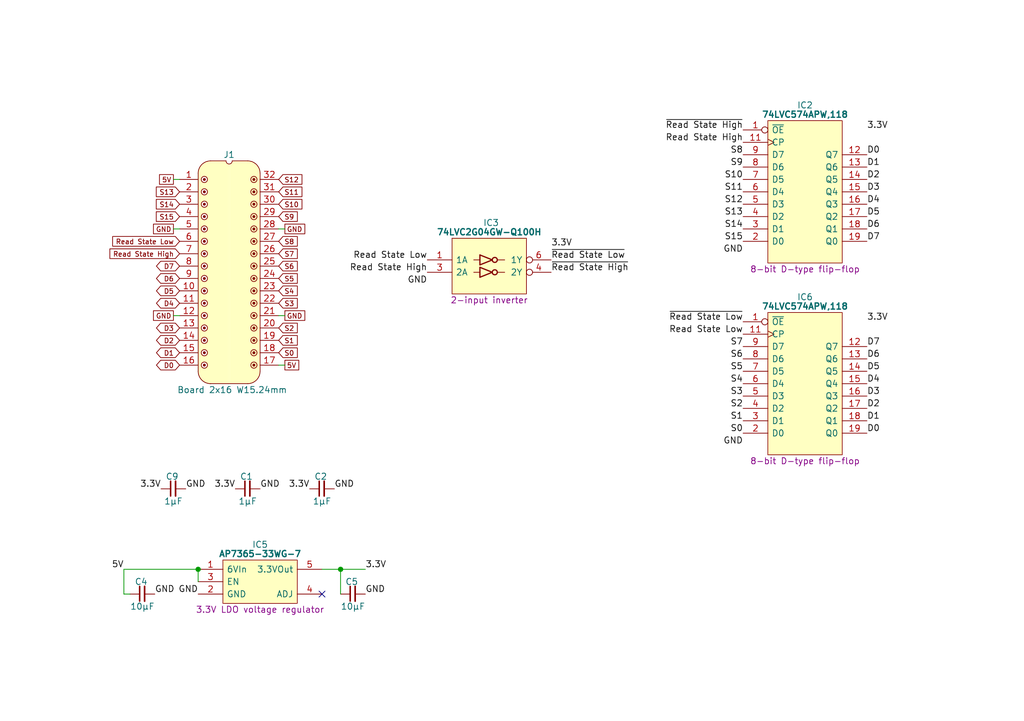
<source format=kicad_sch>
(kicad_sch
	(version 20250114)
	(generator "eeschema")
	(generator_version "9.0")
	(uuid "337b5f72-8be1-4121-9dc6-479b565482b2")
	(paper "A5")
	(title_block
		(title "State Reader 16bit")
		(date "2024-02-19")
		(rev "V0")
	)
	(lib_symbols
		(symbol "Diodes_Inc:AP7365-33WG-7"
			(pin_names
				(offset 0.762)
			)
			(exclude_from_sim no)
			(in_bom yes)
			(on_board yes)
			(property "Reference" "IC"
				(at 12.7 5.08 0)
				(effects
					(font
						(size 1.27 1.27)
					)
				)
			)
			(property "Value" "AP7365-33WG-7"
				(at 12.7 3.175 0)
				(effects
					(font
						(size 1.27 1.27)
						(bold yes)
					)
				)
			)
			(property "Footprint" "SamacSys_Parts:SOT95P285X130-5N"
				(at 21.59 -14.605 0)
				(effects
					(font
						(size 1.27 1.27)
					)
					(justify left)
					(hide yes)
				)
			)
			(property "Datasheet" "https://componentsearchengine.com/Datasheets/1/AP7365-33WG-7.pdf"
				(at 21.59 -17.145 0)
				(effects
					(font
						(size 1.27 1.27)
					)
					(justify left)
					(hide yes)
				)
			)
			(property "Description" "3.3V LDO voltage regulator"
				(at 12.7 -8.255 0)
				(effects
					(font
						(size 1.27 1.27)
					)
				)
			)
			(property "Height" "1.3"
				(at 21.59 -19.685 0)
				(effects
					(font
						(size 1.27 1.27)
					)
					(justify left)
					(hide yes)
				)
			)
			(property "Manufacturer_Name" "Diodes Inc."
				(at 21.59 -22.225 0)
				(effects
					(font
						(size 1.27 1.27)
					)
					(justify left)
					(hide yes)
				)
			)
			(property "Manufacturer_Part_Number" "AP7365-33WG-7"
				(at 21.59 -24.765 0)
				(effects
					(font
						(size 1.27 1.27)
					)
					(justify left)
					(hide yes)
				)
			)
			(property "Mouser Part Number" "621-AP7365-33WG-7"
				(at 21.59 -27.305 0)
				(effects
					(font
						(size 1.27 1.27)
					)
					(justify left)
					(hide yes)
				)
			)
			(property "Mouser Price/Stock" "https://www.mouser.co.uk/ProductDetail/Diodes-Incorporated/AP7365-33WG-7?qs=abZ1nkZpTuOZFvxvoFPL0w%3D%3D"
				(at 21.59 -29.845 0)
				(effects
					(font
						(size 1.27 1.27)
					)
					(justify left)
					(hide yes)
				)
			)
			(property "Arrow Part Number" "AP7365-33WG-7"
				(at 21.59 -32.385 0)
				(effects
					(font
						(size 1.27 1.27)
					)
					(justify left)
					(hide yes)
				)
			)
			(property "Arrow Price/Stock" "https://www.arrow.com/en/products/ap7365-33wg-7/diodes-incorporated?region=nac"
				(at 21.59 -34.925 0)
				(effects
					(font
						(size 1.27 1.27)
					)
					(justify left)
					(hide yes)
				)
			)
			(property "Silkscreen" "AP7365"
				(at 21.59 -12.065 0)
				(effects
					(font
						(size 1.27 1.27)
					)
					(justify left)
					(hide yes)
				)
			)
			(symbol "AP7365-33WG-7_0_0"
				(pin input line
					(at 0 -2.54 0)
					(length 5.08)
					(name "EN"
						(effects
							(font
								(size 1.27 1.27)
							)
						)
					)
					(number "3"
						(effects
							(font
								(size 1.27 1.27)
							)
						)
					)
				)
				(pin passive line
					(at 0 -5.08 0)
					(length 5.08)
					(name "GND"
						(effects
							(font
								(size 1.27 1.27)
							)
						)
					)
					(number "2"
						(effects
							(font
								(size 1.27 1.27)
							)
						)
					)
				)
				(pin passive line
					(at 25.4 -5.08 180)
					(length 5.08)
					(name "ADJ"
						(effects
							(font
								(size 1.27 1.27)
							)
						)
					)
					(number "4"
						(effects
							(font
								(size 1.27 1.27)
							)
						)
					)
				)
			)
			(symbol "AP7365-33WG-7_0_1"
				(polyline
					(pts
						(xy 5.08 1.905) (xy 20.32 1.905) (xy 20.32 -6.985) (xy 5.08 -6.985) (xy 5.08 1.905)
					)
					(stroke
						(width 0)
						(type default)
					)
					(fill
						(type background)
					)
				)
			)
			(symbol "AP7365-33WG-7_1_0"
				(pin passive line
					(at 0 0 0)
					(length 5.08)
					(name "6VIn"
						(effects
							(font
								(size 1.27 1.27)
							)
						)
					)
					(number "1"
						(effects
							(font
								(size 1.27 1.27)
							)
						)
					)
				)
				(pin passive line
					(at 25.4 0 180)
					(length 5.08)
					(name "3.3VOut"
						(effects
							(font
								(size 1.27 1.27)
							)
						)
					)
					(number "5"
						(effects
							(font
								(size 1.27 1.27)
							)
						)
					)
				)
			)
			(embedded_fonts no)
		)
		(symbol "HCP65:Board_02x16_W15.24mm"
			(pin_names
				(offset 1.016)
				(hide yes)
			)
			(exclude_from_sim no)
			(in_bom yes)
			(on_board yes)
			(property "Reference" "J"
				(at 0 5.08 0)
				(effects
					(font
						(size 1.27 1.27)
					)
				)
			)
			(property "Value" "Board 2x16 W15.24mm"
				(at 0.635 -43.18 0)
				(effects
					(font
						(size 1.27 1.27)
					)
				)
			)
			(property "Footprint" "SamacSys_Parts:DIP-32_Board_W15.24mm"
				(at 0.635 -45.72 0)
				(effects
					(font
						(size 1.27 1.27)
					)
					(hide yes)
				)
			)
			(property "Datasheet" ""
				(at 0 -45.72 0)
				(effects
					(font
						(size 1.27 1.27)
					)
					(hide yes)
				)
			)
			(property "Description" ""
				(at 0 -17.78 0)
				(effects
					(font
						(size 1.27 1.27)
					)
					(hide yes)
				)
			)
			(property "ki_keywords" "HCP65 Connector Board"
				(at 0 0 0)
				(effects
					(font
						(size 1.27 1.27)
					)
					(hide yes)
				)
			)
			(property "ki_fp_filters" "Connector*:*_2x??_*"
				(at 0 0 0)
				(effects
					(font
						(size 1.27 1.27)
					)
					(hide yes)
				)
			)
			(symbol "Board_02x16_W15.24mm_0_1"
				(polyline
					(pts
						(xy -6.35 1.27) (xy -6.35 -39.37)
					)
					(stroke
						(width 0)
						(type default)
					)
					(fill
						(type none)
					)
				)
				(arc
					(start -3.8102 -41.9098)
					(mid -5.6063 -41.1659)
					(end -6.3502 -39.3698)
					(stroke
						(width 0)
						(type default)
					)
					(fill
						(type none)
					)
				)
				(arc
					(start -6.35 1.27)
					(mid -5.6061 3.0661)
					(end -3.81 3.81)
					(stroke
						(width 0)
						(type default)
					)
					(fill
						(type none)
					)
				)
				(polyline
					(pts
						(xy -3.81 3.81) (xy -0.635 3.81)
					)
					(stroke
						(width 0)
						(type default)
					)
					(fill
						(type none)
					)
				)
				(arc
					(start 0.635 3.81)
					(mid 0 3.175)
					(end -0.635 3.81)
					(stroke
						(width 0)
						(type default)
					)
					(fill
						(type none)
					)
				)
				(polyline
					(pts
						(xy 0.635 3.81) (xy 3.81 3.81)
					)
					(stroke
						(width 0)
						(type default)
					)
					(fill
						(type none)
					)
				)
				(polyline
					(pts
						(xy 3.8098 -41.9098) (xy -3.81 -41.91)
					)
					(stroke
						(width 0)
						(type default)
					)
					(fill
						(type none)
					)
				)
				(arc
					(start 3.81 3.81)
					(mid 5.6061 3.0661)
					(end 6.35 1.27)
					(stroke
						(width 0)
						(type default)
					)
					(fill
						(type none)
					)
				)
				(arc
					(start 6.3498 -39.3698)
					(mid 5.6059 -41.1659)
					(end 3.8098 -41.9098)
					(stroke
						(width 0)
						(type default)
					)
					(fill
						(type none)
					)
				)
				(polyline
					(pts
						(xy 6.35 -39.37) (xy 6.35 1.27)
					)
					(stroke
						(width 0)
						(type default)
					)
					(fill
						(type none)
					)
				)
			)
			(symbol "Board_02x16_W15.24mm_1_1"
				(polyline
					(pts
						(xy -6.35 1.27) (xy -6.096 2.286) (xy -5.588 3.048) (xy -4.826 3.556) (xy -4.064 3.81) (xy -0.762 3.81)
						(xy -0.508 3.302) (xy 0 3.048) (xy 0 -41.91) (xy -3.81 -41.91) (xy -4.826 -41.656) (xy -5.588 -41.148)
						(xy -6.096 -40.386) (xy -6.35 -39.37) (xy -6.35 1.27)
					)
					(stroke
						(width -0.0001)
						(type solid)
					)
					(fill
						(type background)
					)
				)
				(circle
					(center -5.08 0)
					(radius 0.0001)
					(stroke
						(width 0.3)
						(type solid)
					)
					(fill
						(type none)
					)
				)
				(circle
					(center -5.08 0)
					(radius 0.635)
					(stroke
						(width 0)
						(type solid)
					)
					(fill
						(type color)
						(color 255 255 255 1)
					)
				)
				(circle
					(center -5.08 -2.54)
					(radius 0.0001)
					(stroke
						(width 0.3)
						(type solid)
					)
					(fill
						(type none)
					)
				)
				(circle
					(center -5.08 -2.54)
					(radius 0.635)
					(stroke
						(width 0)
						(type solid)
					)
					(fill
						(type color)
						(color 255 255 255 1)
					)
				)
				(circle
					(center -5.08 -5.08)
					(radius 0.0001)
					(stroke
						(width 0.3)
						(type solid)
					)
					(fill
						(type none)
					)
				)
				(circle
					(center -5.08 -5.08)
					(radius 0.635)
					(stroke
						(width 0)
						(type solid)
					)
					(fill
						(type color)
						(color 255 255 255 1)
					)
				)
				(circle
					(center -5.08 -7.62)
					(radius 0.0001)
					(stroke
						(width 0.3)
						(type solid)
					)
					(fill
						(type none)
					)
				)
				(circle
					(center -5.08 -7.62)
					(radius 0.635)
					(stroke
						(width 0)
						(type solid)
					)
					(fill
						(type color)
						(color 255 255 255 1)
					)
				)
				(circle
					(center -5.08 -10.16)
					(radius 0.0001)
					(stroke
						(width 0.3)
						(type solid)
					)
					(fill
						(type none)
					)
				)
				(circle
					(center -5.08 -10.16)
					(radius 0.635)
					(stroke
						(width 0)
						(type solid)
					)
					(fill
						(type color)
						(color 255 255 255 1)
					)
				)
				(circle
					(center -5.08 -12.7)
					(radius 0.0001)
					(stroke
						(width 0.3)
						(type solid)
					)
					(fill
						(type none)
					)
				)
				(circle
					(center -5.08 -12.7)
					(radius 0.635)
					(stroke
						(width 0)
						(type solid)
					)
					(fill
						(type color)
						(color 255 255 255 1)
					)
				)
				(circle
					(center -5.08 -15.24)
					(radius 0.0001)
					(stroke
						(width 0.3)
						(type solid)
					)
					(fill
						(type none)
					)
				)
				(circle
					(center -5.08 -15.24)
					(radius 0.635)
					(stroke
						(width 0)
						(type solid)
					)
					(fill
						(type color)
						(color 255 255 255 1)
					)
				)
				(circle
					(center -5.08 -17.78)
					(radius 0.0001)
					(stroke
						(width 0.3)
						(type solid)
					)
					(fill
						(type none)
					)
				)
				(circle
					(center -5.08 -17.78)
					(radius 0.635)
					(stroke
						(width 0)
						(type solid)
					)
					(fill
						(type color)
						(color 255 255 255 1)
					)
				)
				(circle
					(center -5.08 -20.32)
					(radius 0.0001)
					(stroke
						(width 0.3)
						(type solid)
					)
					(fill
						(type none)
					)
				)
				(circle
					(center -5.08 -20.32)
					(radius 0.635)
					(stroke
						(width 0)
						(type solid)
					)
					(fill
						(type color)
						(color 255 255 255 1)
					)
				)
				(circle
					(center -5.08 -22.86)
					(radius 0.0001)
					(stroke
						(width 0.3)
						(type solid)
					)
					(fill
						(type none)
					)
				)
				(circle
					(center -5.08 -22.86)
					(radius 0.635)
					(stroke
						(width 0)
						(type solid)
					)
					(fill
						(type color)
						(color 255 255 255 1)
					)
				)
				(circle
					(center -5.08 -25.4)
					(radius 0.0001)
					(stroke
						(width 0.3)
						(type solid)
					)
					(fill
						(type none)
					)
				)
				(circle
					(center -5.08 -25.4)
					(radius 0.635)
					(stroke
						(width 0)
						(type solid)
					)
					(fill
						(type color)
						(color 255 255 255 1)
					)
				)
				(circle
					(center -5.08 -27.94)
					(radius 0.0001)
					(stroke
						(width 0.3)
						(type solid)
					)
					(fill
						(type none)
					)
				)
				(circle
					(center -5.08 -27.94)
					(radius 0.635)
					(stroke
						(width 0)
						(type solid)
					)
					(fill
						(type color)
						(color 255 255 255 1)
					)
				)
				(circle
					(center -5.08 -30.48)
					(radius 0.0001)
					(stroke
						(width 0.3)
						(type solid)
					)
					(fill
						(type none)
					)
				)
				(circle
					(center -5.08 -30.48)
					(radius 0.635)
					(stroke
						(width 0)
						(type solid)
					)
					(fill
						(type color)
						(color 255 255 255 1)
					)
				)
				(circle
					(center -5.08 -33.02)
					(radius 0.0001)
					(stroke
						(width 0.3)
						(type solid)
					)
					(fill
						(type none)
					)
				)
				(circle
					(center -5.08 -33.02)
					(radius 0.635)
					(stroke
						(width 0)
						(type solid)
					)
					(fill
						(type color)
						(color 255 255 255 1)
					)
				)
				(circle
					(center -5.08 -35.56)
					(radius 0.0001)
					(stroke
						(width 0.3)
						(type solid)
					)
					(fill
						(type none)
					)
				)
				(circle
					(center -5.08 -35.56)
					(radius 0.635)
					(stroke
						(width 0)
						(type solid)
					)
					(fill
						(type color)
						(color 255 255 255 1)
					)
				)
				(circle
					(center -5.08 -38.1)
					(radius 0.0001)
					(stroke
						(width 0.3)
						(type solid)
					)
					(fill
						(type none)
					)
				)
				(circle
					(center -5.08 -38.1)
					(radius 0.635)
					(stroke
						(width 0)
						(type solid)
					)
					(fill
						(type color)
						(color 255 255 255 1)
					)
				)
				(circle
					(center 5.08 0)
					(radius 0.0001)
					(stroke
						(width 0.3)
						(type solid)
					)
					(fill
						(type none)
					)
				)
				(circle
					(center 5.08 0)
					(radius 0.635)
					(stroke
						(width 0)
						(type solid)
					)
					(fill
						(type color)
						(color 255 255 255 1)
					)
				)
				(circle
					(center 5.08 -2.54)
					(radius 0.0001)
					(stroke
						(width 0.3)
						(type solid)
					)
					(fill
						(type none)
					)
				)
				(circle
					(center 5.08 -2.54)
					(radius 0.635)
					(stroke
						(width 0)
						(type solid)
					)
					(fill
						(type color)
						(color 255 255 255 1)
					)
				)
				(circle
					(center 5.08 -5.08)
					(radius 0.0001)
					(stroke
						(width 0.3)
						(type solid)
					)
					(fill
						(type none)
					)
				)
				(circle
					(center 5.08 -5.08)
					(radius 0.635)
					(stroke
						(width 0)
						(type solid)
					)
					(fill
						(type color)
						(color 255 255 255 1)
					)
				)
				(circle
					(center 5.08 -7.62)
					(radius 0.0001)
					(stroke
						(width 0.3)
						(type solid)
					)
					(fill
						(type none)
					)
				)
				(circle
					(center 5.08 -7.62)
					(radius 0.635)
					(stroke
						(width 0)
						(type solid)
					)
					(fill
						(type color)
						(color 255 255 255 1)
					)
				)
				(circle
					(center 5.08 -10.16)
					(radius 0.0001)
					(stroke
						(width 0.3)
						(type solid)
					)
					(fill
						(type none)
					)
				)
				(circle
					(center 5.08 -10.16)
					(radius 0.635)
					(stroke
						(width 0)
						(type solid)
					)
					(fill
						(type color)
						(color 255 255 255 1)
					)
				)
				(circle
					(center 5.08 -12.7)
					(radius 0.0001)
					(stroke
						(width 0.3)
						(type solid)
					)
					(fill
						(type none)
					)
				)
				(circle
					(center 5.08 -12.7)
					(radius 0.635)
					(stroke
						(width 0)
						(type solid)
					)
					(fill
						(type color)
						(color 255 255 255 1)
					)
				)
				(circle
					(center 5.08 -15.24)
					(radius 0.0001)
					(stroke
						(width 0.3)
						(type solid)
					)
					(fill
						(type none)
					)
				)
				(circle
					(center 5.08 -15.24)
					(radius 0.635)
					(stroke
						(width 0)
						(type solid)
					)
					(fill
						(type color)
						(color 255 255 255 1)
					)
				)
				(circle
					(center 5.08 -17.78)
					(radius 0.0001)
					(stroke
						(width 0.3)
						(type solid)
					)
					(fill
						(type none)
					)
				)
				(circle
					(center 5.08 -17.78)
					(radius 0.635)
					(stroke
						(width 0)
						(type solid)
					)
					(fill
						(type color)
						(color 255 255 255 1)
					)
				)
				(circle
					(center 5.08 -20.32)
					(radius 0.0001)
					(stroke
						(width 0.3)
						(type solid)
					)
					(fill
						(type none)
					)
				)
				(circle
					(center 5.08 -20.32)
					(radius 0.635)
					(stroke
						(width 0)
						(type solid)
					)
					(fill
						(type color)
						(color 255 255 255 1)
					)
				)
				(circle
					(center 5.08 -22.86)
					(radius 0.0001)
					(stroke
						(width 0.3)
						(type solid)
					)
					(fill
						(type none)
					)
				)
				(circle
					(center 5.08 -22.86)
					(radius 0.635)
					(stroke
						(width 0)
						(type solid)
					)
					(fill
						(type color)
						(color 255 255 255 1)
					)
				)
				(circle
					(center 5.08 -25.4)
					(radius 0.0001)
					(stroke
						(width 0.3)
						(type solid)
					)
					(fill
						(type none)
					)
				)
				(circle
					(center 5.08 -25.4)
					(radius 0.635)
					(stroke
						(width 0)
						(type solid)
					)
					(fill
						(type color)
						(color 255 255 255 1)
					)
				)
				(circle
					(center 5.08 -27.94)
					(radius 0.0001)
					(stroke
						(width 0.3)
						(type solid)
					)
					(fill
						(type none)
					)
				)
				(circle
					(center 5.08 -27.94)
					(radius 0.635)
					(stroke
						(width 0)
						(type solid)
					)
					(fill
						(type color)
						(color 255 255 255 1)
					)
				)
				(circle
					(center 5.08 -30.48)
					(radius 0.0001)
					(stroke
						(width 0.3)
						(type solid)
					)
					(fill
						(type none)
					)
				)
				(circle
					(center 5.08 -30.48)
					(radius 0.635)
					(stroke
						(width 0)
						(type solid)
					)
					(fill
						(type color)
						(color 255 255 255 1)
					)
				)
				(circle
					(center 5.08 -33.02)
					(radius 0.0001)
					(stroke
						(width 0.3)
						(type solid)
					)
					(fill
						(type none)
					)
				)
				(circle
					(center 5.08 -33.02)
					(radius 0.635)
					(stroke
						(width 0)
						(type solid)
					)
					(fill
						(type color)
						(color 255 255 255 1)
					)
				)
				(circle
					(center 5.08 -35.56)
					(radius 0.0001)
					(stroke
						(width 0.3)
						(type solid)
					)
					(fill
						(type none)
					)
				)
				(circle
					(center 5.08 -35.56)
					(radius 0.635)
					(stroke
						(width 0)
						(type solid)
					)
					(fill
						(type color)
						(color 255 255 255 1)
					)
				)
				(circle
					(center 5.08 -38.1)
					(radius 0.0001)
					(stroke
						(width 0.3)
						(type solid)
					)
					(fill
						(type none)
					)
				)
				(circle
					(center 5.08 -38.1)
					(radius 0.635)
					(stroke
						(width 0)
						(type solid)
					)
					(fill
						(type color)
						(color 255 255 255 1)
					)
				)
				(polyline
					(pts
						(xy 6.35 1.27) (xy 6.096 2.286) (xy 5.588 3.048) (xy 4.826 3.556) (xy 4.064 3.81) (xy 0.762 3.81)
						(xy 0.508 3.302) (xy 0 3.048) (xy 0 -41.91) (xy 3.81 -41.91) (xy 4.826 -41.656) (xy 5.588 -41.148)
						(xy 6.096 -40.386) (xy 6.35 -39.37) (xy 6.35 1.27)
					)
					(stroke
						(width -0.0001)
						(type solid)
					)
					(fill
						(type background)
					)
				)
				(pin passive line
					(at -10.16 0 0)
					(length 3.81)
					(name ""
						(effects
							(font
								(size 1.27 1.27)
							)
						)
					)
					(number "1"
						(effects
							(font
								(size 1.27 1.27)
							)
						)
					)
				)
				(pin passive line
					(at -10.16 -2.54 0)
					(length 3.81)
					(name ""
						(effects
							(font
								(size 1.27 1.27)
							)
						)
					)
					(number "2"
						(effects
							(font
								(size 1.27 1.27)
							)
						)
					)
				)
				(pin passive line
					(at -10.16 -5.08 0)
					(length 3.81)
					(name ""
						(effects
							(font
								(size 1.27 1.27)
							)
						)
					)
					(number "3"
						(effects
							(font
								(size 1.27 1.27)
							)
						)
					)
				)
				(pin passive line
					(at -10.16 -7.62 0)
					(length 3.81)
					(name ""
						(effects
							(font
								(size 1.27 1.27)
							)
						)
					)
					(number "4"
						(effects
							(font
								(size 1.27 1.27)
							)
						)
					)
				)
				(pin passive line
					(at -10.16 -10.16 0)
					(length 3.81)
					(name ""
						(effects
							(font
								(size 1.27 1.27)
							)
						)
					)
					(number "5"
						(effects
							(font
								(size 1.27 1.27)
							)
						)
					)
				)
				(pin passive line
					(at -10.16 -12.7 0)
					(length 3.81)
					(name ""
						(effects
							(font
								(size 1.27 1.27)
							)
						)
					)
					(number "6"
						(effects
							(font
								(size 1.27 1.27)
							)
						)
					)
				)
				(pin passive line
					(at -10.16 -15.24 0)
					(length 3.81)
					(name ""
						(effects
							(font
								(size 1.27 1.27)
							)
						)
					)
					(number "7"
						(effects
							(font
								(size 1.27 1.27)
							)
						)
					)
				)
				(pin passive line
					(at -10.16 -17.78 0)
					(length 3.81)
					(name ""
						(effects
							(font
								(size 1.27 1.27)
							)
						)
					)
					(number "8"
						(effects
							(font
								(size 1.27 1.27)
							)
						)
					)
				)
				(pin passive line
					(at -10.16 -20.32 0)
					(length 3.81)
					(name ""
						(effects
							(font
								(size 1.27 1.27)
							)
						)
					)
					(number "9"
						(effects
							(font
								(size 1.27 1.27)
							)
						)
					)
				)
				(pin passive line
					(at -10.16 -22.86 0)
					(length 3.81)
					(name ""
						(effects
							(font
								(size 1.27 1.27)
							)
						)
					)
					(number "10"
						(effects
							(font
								(size 1.27 1.27)
							)
						)
					)
				)
				(pin passive line
					(at -10.16 -25.4 0)
					(length 3.81)
					(name ""
						(effects
							(font
								(size 1.27 1.27)
							)
						)
					)
					(number "11"
						(effects
							(font
								(size 1.27 1.27)
							)
						)
					)
				)
				(pin passive line
					(at -10.16 -27.94 0)
					(length 3.81)
					(name ""
						(effects
							(font
								(size 1.27 1.27)
							)
						)
					)
					(number "12"
						(effects
							(font
								(size 1.27 1.27)
							)
						)
					)
				)
				(pin passive line
					(at -10.16 -30.48 0)
					(length 3.81)
					(name ""
						(effects
							(font
								(size 1.27 1.27)
							)
						)
					)
					(number "13"
						(effects
							(font
								(size 1.27 1.27)
							)
						)
					)
				)
				(pin passive line
					(at -10.16 -33.02 0)
					(length 3.81)
					(name ""
						(effects
							(font
								(size 1.27 1.27)
							)
						)
					)
					(number "14"
						(effects
							(font
								(size 1.27 1.27)
							)
						)
					)
				)
				(pin passive line
					(at -10.16 -35.56 0)
					(length 3.81)
					(name ""
						(effects
							(font
								(size 1.27 1.27)
							)
						)
					)
					(number "15"
						(effects
							(font
								(size 1.27 1.27)
							)
						)
					)
				)
				(pin passive line
					(at -10.16 -38.1 0)
					(length 3.81)
					(name ""
						(effects
							(font
								(size 1.27 1.27)
							)
						)
					)
					(number "16"
						(effects
							(font
								(size 1.27 1.27)
							)
						)
					)
				)
				(pin passive line
					(at 10.16 0 180)
					(length 3.81)
					(name ""
						(effects
							(font
								(size 1.27 1.27)
							)
						)
					)
					(number "32"
						(effects
							(font
								(size 1.27 1.27)
							)
						)
					)
				)
				(pin passive line
					(at 10.16 -2.54 180)
					(length 3.81)
					(name ""
						(effects
							(font
								(size 1.27 1.27)
							)
						)
					)
					(number "31"
						(effects
							(font
								(size 1.27 1.27)
							)
						)
					)
				)
				(pin passive line
					(at 10.16 -5.08 180)
					(length 3.81)
					(name ""
						(effects
							(font
								(size 1.27 1.27)
							)
						)
					)
					(number "30"
						(effects
							(font
								(size 1.27 1.27)
							)
						)
					)
				)
				(pin passive line
					(at 10.16 -7.62 180)
					(length 3.81)
					(name ""
						(effects
							(font
								(size 1.27 1.27)
							)
						)
					)
					(number "29"
						(effects
							(font
								(size 1.27 1.27)
							)
						)
					)
				)
				(pin passive line
					(at 10.16 -10.16 180)
					(length 3.81)
					(name ""
						(effects
							(font
								(size 1.27 1.27)
							)
						)
					)
					(number "28"
						(effects
							(font
								(size 1.27 1.27)
							)
						)
					)
				)
				(pin passive line
					(at 10.16 -12.7 180)
					(length 3.81)
					(name ""
						(effects
							(font
								(size 1.27 1.27)
							)
						)
					)
					(number "27"
						(effects
							(font
								(size 1.27 1.27)
							)
						)
					)
				)
				(pin passive line
					(at 10.16 -15.24 180)
					(length 3.81)
					(name ""
						(effects
							(font
								(size 1.27 1.27)
							)
						)
					)
					(number "26"
						(effects
							(font
								(size 1.27 1.27)
							)
						)
					)
				)
				(pin passive line
					(at 10.16 -17.78 180)
					(length 3.81)
					(name ""
						(effects
							(font
								(size 1.27 1.27)
							)
						)
					)
					(number "25"
						(effects
							(font
								(size 1.27 1.27)
							)
						)
					)
				)
				(pin passive line
					(at 10.16 -20.32 180)
					(length 3.81)
					(name ""
						(effects
							(font
								(size 1.27 1.27)
							)
						)
					)
					(number "24"
						(effects
							(font
								(size 1.27 1.27)
							)
						)
					)
				)
				(pin passive line
					(at 10.16 -22.86 180)
					(length 3.81)
					(name ""
						(effects
							(font
								(size 1.27 1.27)
							)
						)
					)
					(number "23"
						(effects
							(font
								(size 1.27 1.27)
							)
						)
					)
				)
				(pin passive line
					(at 10.16 -25.4 180)
					(length 3.81)
					(name ""
						(effects
							(font
								(size 1.27 1.27)
							)
						)
					)
					(number "22"
						(effects
							(font
								(size 1.27 1.27)
							)
						)
					)
				)
				(pin passive line
					(at 10.16 -27.94 180)
					(length 3.81)
					(name ""
						(effects
							(font
								(size 1.27 1.27)
							)
						)
					)
					(number "21"
						(effects
							(font
								(size 1.27 1.27)
							)
						)
					)
				)
				(pin passive line
					(at 10.16 -30.48 180)
					(length 3.81)
					(name ""
						(effects
							(font
								(size 1.27 1.27)
							)
						)
					)
					(number "20"
						(effects
							(font
								(size 1.27 1.27)
							)
						)
					)
				)
				(pin passive line
					(at 10.16 -33.02 180)
					(length 3.81)
					(name ""
						(effects
							(font
								(size 1.27 1.27)
							)
						)
					)
					(number "19"
						(effects
							(font
								(size 1.27 1.27)
							)
						)
					)
				)
				(pin passive line
					(at 10.16 -35.56 180)
					(length 3.81)
					(name ""
						(effects
							(font
								(size 1.27 1.27)
							)
						)
					)
					(number "18"
						(effects
							(font
								(size 1.27 1.27)
							)
						)
					)
				)
				(pin passive line
					(at 10.16 -38.1 180)
					(length 3.81)
					(name ""
						(effects
							(font
								(size 1.27 1.27)
							)
						)
					)
					(number "17"
						(effects
							(font
								(size 1.27 1.27)
							)
						)
					)
				)
			)
			(embedded_fonts no)
		)
		(symbol "HCP65:C_0805"
			(pin_numbers
				(hide yes)
			)
			(pin_names
				(offset 0.254)
				(hide yes)
			)
			(exclude_from_sim no)
			(in_bom yes)
			(on_board yes)
			(property "Reference" "C"
				(at 2.286 2.54 0)
				(effects
					(font
						(size 1.27 1.27)
					)
				)
			)
			(property "Value" "?μF"
				(at 2.54 -2.54 0)
				(effects
					(font
						(size 1.27 1.27)
					)
				)
			)
			(property "Footprint" "SamacSys_Parts:C_0805"
				(at 16.764 -7.62 0)
				(effects
					(font
						(size 1.27 1.27)
					)
					(hide yes)
				)
			)
			(property "Datasheet" ""
				(at 2.2225 0.3175 90)
				(effects
					(font
						(size 1.27 1.27)
					)
					(hide yes)
				)
			)
			(property "Description" ""
				(at 0 0 0)
				(effects
					(font
						(size 1.27 1.27)
					)
					(hide yes)
				)
			)
			(property "ki_keywords" "capacitor cap"
				(at 0 0 0)
				(effects
					(font
						(size 1.27 1.27)
					)
					(hide yes)
				)
			)
			(property "ki_fp_filters" "C_*"
				(at 0 0 0)
				(effects
					(font
						(size 1.27 1.27)
					)
					(hide yes)
				)
			)
			(symbol "C_0805_0_1"
				(polyline
					(pts
						(xy 1.9685 -1.4605) (xy 1.9685 1.5875)
					)
					(stroke
						(width 0.3048)
						(type default)
					)
					(fill
						(type none)
					)
				)
				(polyline
					(pts
						(xy 2.9845 -1.4605) (xy 2.9845 1.5875)
					)
					(stroke
						(width 0.3302)
						(type default)
					)
					(fill
						(type none)
					)
				)
			)
			(symbol "C_0805_1_1"
				(pin passive line
					(at 0 0 0)
					(length 2.032)
					(name "~"
						(effects
							(font
								(size 1.27 1.27)
							)
						)
					)
					(number "1"
						(effects
							(font
								(size 1.27 1.27)
							)
						)
					)
				)
				(pin passive line
					(at 5.08 0 180)
					(length 2.032)
					(name "~"
						(effects
							(font
								(size 1.27 1.27)
							)
						)
					)
					(number "2"
						(effects
							(font
								(size 1.27 1.27)
							)
						)
					)
				)
			)
			(embedded_fonts no)
		)
		(symbol "Nexperia:74LVC2G04GW-Q100H"
			(pin_names
				(offset 0.762)
			)
			(exclude_from_sim no)
			(in_bom yes)
			(on_board yes)
			(property "Reference" "IC"
				(at 11.43 7.62 0)
				(effects
					(font
						(size 1.27 1.27)
					)
					(justify left)
				)
			)
			(property "Value" "74LVC2G04GW-Q100H"
				(at 12.7 5.715 0)
				(effects
					(font
						(size 1.27 1.27)
						(bold yes)
					)
				)
			)
			(property "Footprint" "SamacSys_Parts:SOP65P210X110-6N"
				(at 21.59 -12.065 0)
				(effects
					(font
						(size 1.27 1.27)
					)
					(justify left)
					(hide yes)
				)
			)
			(property "Datasheet" "https://assets.nexperia.com/documents/data-sheet/74LVC2G04_Q100.pdf"
				(at 21.59 -14.605 0)
				(effects
					(font
						(size 1.27 1.27)
					)
					(justify left)
					(hide yes)
				)
			)
			(property "Description" "2-input inverter"
				(at 12.7 -8.255 0)
				(effects
					(font
						(size 1.27 1.27)
					)
				)
			)
			(property "Height" "1.1"
				(at 21.59 -19.685 0)
				(effects
					(font
						(size 1.27 1.27)
					)
					(justify left)
					(hide yes)
				)
			)
			(property "Manufacturer_Name" "Nexperia"
				(at 21.59 -22.225 0)
				(effects
					(font
						(size 1.27 1.27)
					)
					(justify left)
					(hide yes)
				)
			)
			(property "Manufacturer_Part_Number" "74LVC2G04GW-Q100H"
				(at 21.59 -24.765 0)
				(effects
					(font
						(size 1.27 1.27)
					)
					(justify left)
					(hide yes)
				)
			)
			(property "Mouser Part Number" "771-74LVC2G04GWQ100H"
				(at 21.59 -27.305 0)
				(effects
					(font
						(size 1.27 1.27)
					)
					(justify left)
					(hide yes)
				)
			)
			(property "Mouser Price/Stock" "https://www.mouser.co.uk/ProductDetail/Nexperia/74LVC2G04GW-Q100H?qs=Yna0arPQ0CQTXbBDVSrZqQ%3D%3D"
				(at 21.59 -29.845 0)
				(effects
					(font
						(size 1.27 1.27)
					)
					(justify left)
					(hide yes)
				)
			)
			(property "Silkscreen" "'2G04"
				(at 12.7 -10.16 0)
				(effects
					(font
						(size 1.27 1.27)
					)
					(hide yes)
				)
			)
			(property "Garbage" "74LVC2G04-Q100 - Dual inverter@en-us"
				(at 0 0 0)
				(effects
					(font
						(size 1.27 1.27)
					)
					(hide yes)
				)
			)
			(symbol "74LVC2G04GW-Q100H_0_0"
				(pin input line
					(at 0 0 0)
					(length 5.08)
					(name "1A"
						(effects
							(font
								(size 1.27 1.27)
							)
						)
					)
					(number "1"
						(effects
							(font
								(size 1.27 1.27)
							)
						)
					)
				)
				(pin input line
					(at 0 -2.54 0)
					(length 5.08)
					(name "2A"
						(effects
							(font
								(size 1.27 1.27)
							)
						)
					)
					(number "3"
						(effects
							(font
								(size 1.27 1.27)
							)
						)
					)
				)
				(pin passive line
					(at 0 -5.08 0)
					(length 5.08)
					(hide yes)
					(name "GND"
						(effects
							(font
								(size 1.27 1.27)
							)
						)
					)
					(number "2"
						(effects
							(font
								(size 1.27 1.27)
							)
						)
					)
				)
				(pin passive line
					(at 25.4 2.54 180)
					(length 5.08)
					(hide yes)
					(name "3V"
						(effects
							(font
								(size 1.27 1.27)
							)
						)
					)
					(number "5"
						(effects
							(font
								(size 1.27 1.27)
							)
						)
					)
				)
				(pin output inverted
					(at 25.4 0 180)
					(length 5.08)
					(name "1Y"
						(effects
							(font
								(size 1.27 1.27)
							)
						)
					)
					(number "6"
						(effects
							(font
								(size 1.27 1.27)
							)
						)
					)
				)
				(pin output inverted
					(at 25.4 -2.54 180)
					(length 5.08)
					(name "2Y"
						(effects
							(font
								(size 1.27 1.27)
							)
						)
					)
					(number "4"
						(effects
							(font
								(size 1.27 1.27)
							)
						)
					)
				)
			)
			(symbol "74LVC2G04GW-Q100H_0_1"
				(polyline
					(pts
						(xy 5.08 4.445) (xy 20.32 4.445) (xy 20.32 -6.985) (xy 5.08 -6.985) (xy 5.08 4.445)
					)
					(stroke
						(width 0.1524)
						(type default)
					)
					(fill
						(type background)
					)
				)
				(polyline
					(pts
						(xy 9.525 0) (xy 10.7949 0)
					)
					(stroke
						(width 0)
						(type default)
					)
					(fill
						(type none)
					)
				)
				(polyline
					(pts
						(xy 9.525 -2.54) (xy 10.7949 -2.54)
					)
					(stroke
						(width 0)
						(type default)
					)
					(fill
						(type none)
					)
				)
				(rectangle
					(start 10.795 1.016)
					(end 10.795 -1.016)
					(stroke
						(width 0.254)
						(type default)
					)
					(fill
						(type background)
					)
				)
				(polyline
					(pts
						(xy 10.795 -1.016) (xy 13.335 0) (xy 10.795 1.016)
					)
					(stroke
						(width 0.254)
						(type default)
					)
					(fill
						(type none)
					)
				)
				(rectangle
					(start 10.795 -1.524)
					(end 10.795 -3.556)
					(stroke
						(width 0.254)
						(type default)
					)
					(fill
						(type background)
					)
				)
				(polyline
					(pts
						(xy 10.795 -3.556) (xy 13.335 -2.54) (xy 10.795 -1.524)
					)
					(stroke
						(width 0.254)
						(type default)
					)
					(fill
						(type none)
					)
				)
				(circle
					(center 13.843 0)
					(radius 0.508)
					(stroke
						(width 0.254)
						(type default)
					)
					(fill
						(type none)
					)
				)
				(circle
					(center 13.843 -2.54)
					(radius 0.508)
					(stroke
						(width 0.254)
						(type default)
					)
					(fill
						(type none)
					)
				)
				(polyline
					(pts
						(xy 14.351 0) (xy 15.875 0)
					)
					(stroke
						(width 0)
						(type default)
					)
					(fill
						(type none)
					)
				)
				(polyline
					(pts
						(xy 14.351 -2.54) (xy 15.875 -2.54)
					)
					(stroke
						(width 0)
						(type default)
					)
					(fill
						(type none)
					)
				)
			)
			(embedded_fonts no)
		)
		(symbol "Nexperia:74LVC574APW,118"
			(pin_names
				(offset 0.762)
			)
			(exclude_from_sim no)
			(in_bom yes)
			(on_board yes)
			(property "Reference" "IC"
				(at 12.7 5.08 0)
				(effects
					(font
						(size 1.27 1.27)
					)
				)
			)
			(property "Value" "74LVC574APW,118"
				(at 12.7 3.175 0)
				(effects
					(font
						(size 1.27 1.27)
						(bold yes)
					)
				)
			)
			(property "Footprint" "SamacSys_Parts:SOP65P640X110-20N"
				(at 26.67 -30.48 0)
				(effects
					(font
						(size 1.27 1.27)
					)
					(justify left)
					(hide yes)
				)
			)
			(property "Datasheet" "https://assets.nexperia.com/documents/data-sheet/74LVC574A.pdf"
				(at 26.67 -33.02 0)
				(effects
					(font
						(size 1.27 1.27)
					)
					(justify left)
					(hide yes)
				)
			)
			(property "Description" "8-bit D-type flip-flop"
				(at 12.7 -28.575 0)
				(effects
					(font
						(size 1.27 1.27)
					)
				)
			)
			(property "Height" "1.1"
				(at 26.67 -38.1 0)
				(effects
					(font
						(size 1.27 1.27)
					)
					(justify left)
					(hide yes)
				)
			)
			(property "Manufacturer_Name" "Nexperia"
				(at 26.67 -40.64 0)
				(effects
					(font
						(size 1.27 1.27)
					)
					(justify left)
					(hide yes)
				)
			)
			(property "Manufacturer_Part_Number" "74LVC574APW,118"
				(at 26.67 -43.18 0)
				(effects
					(font
						(size 1.27 1.27)
					)
					(justify left)
					(hide yes)
				)
			)
			(property "Mouser Part Number" "771-74LVC574APW-T"
				(at 26.67 -45.72 0)
				(effects
					(font
						(size 1.27 1.27)
					)
					(justify left)
					(hide yes)
				)
			)
			(property "Mouser Price/Stock" "https://www.mouser.co.uk/ProductDetail/Nexperia/74LVC574APW118?qs=me8TqzrmIYXFXrN3QSTUuw%3D%3D"
				(at 26.67 -48.26 0)
				(effects
					(font
						(size 1.27 1.27)
					)
					(justify left)
					(hide yes)
				)
			)
			(property "Silkscreen" "74LVC574"
				(at 12.7 -31.115 0)
				(effects
					(font
						(size 1.27 1.27)
					)
					(hide yes)
				)
			)
			(property "Garbage" "74LVC574A - Octal D-type flip-flop with 5 V tolerant inputs/outputs; positive edge-trigger (3-state)@en-us"
				(at 0 0 0)
				(effects
					(font
						(size 1.27 1.27)
					)
					(hide yes)
				)
			)
			(symbol "74LVC574APW,118_0_0"
				(pin input inverted
					(at 0 0 0)
					(length 5.08)
					(name "~{OE}"
						(effects
							(font
								(size 1.27 1.27)
							)
						)
					)
					(number "1"
						(effects
							(font
								(size 1.27 1.27)
							)
						)
					)
				)
				(pin input clock
					(at 0 -2.54 0)
					(length 5.08)
					(name "CP"
						(effects
							(font
								(size 1.27 1.27)
							)
						)
					)
					(number "11"
						(effects
							(font
								(size 1.27 1.27)
							)
						)
					)
				)
				(pin input line
					(at 0 -5.08 0)
					(length 5.08)
					(name "D7"
						(effects
							(font
								(size 1.27 1.27)
							)
						)
					)
					(number "9"
						(effects
							(font
								(size 1.27 1.27)
							)
						)
					)
				)
				(pin input line
					(at 0 -7.62 0)
					(length 5.08)
					(name "D6"
						(effects
							(font
								(size 1.27 1.27)
							)
						)
					)
					(number "8"
						(effects
							(font
								(size 1.27 1.27)
							)
						)
					)
				)
				(pin input line
					(at 0 -10.16 0)
					(length 5.08)
					(name "D5"
						(effects
							(font
								(size 1.27 1.27)
							)
						)
					)
					(number "7"
						(effects
							(font
								(size 1.27 1.27)
							)
						)
					)
				)
				(pin input line
					(at 0 -12.7 0)
					(length 5.08)
					(name "D4"
						(effects
							(font
								(size 1.27 1.27)
							)
						)
					)
					(number "6"
						(effects
							(font
								(size 1.27 1.27)
							)
						)
					)
				)
				(pin input line
					(at 0 -15.24 0)
					(length 5.08)
					(name "D3"
						(effects
							(font
								(size 1.27 1.27)
							)
						)
					)
					(number "5"
						(effects
							(font
								(size 1.27 1.27)
							)
						)
					)
				)
				(pin input line
					(at 0 -17.78 0)
					(length 5.08)
					(name "D2"
						(effects
							(font
								(size 1.27 1.27)
							)
						)
					)
					(number "4"
						(effects
							(font
								(size 1.27 1.27)
							)
						)
					)
				)
				(pin input line
					(at 0 -20.32 0)
					(length 5.08)
					(name "D1"
						(effects
							(font
								(size 1.27 1.27)
							)
						)
					)
					(number "3"
						(effects
							(font
								(size 1.27 1.27)
							)
						)
					)
				)
				(pin input line
					(at 0 -22.86 0)
					(length 5.08)
					(name "D0"
						(effects
							(font
								(size 1.27 1.27)
							)
						)
					)
					(number "2"
						(effects
							(font
								(size 1.27 1.27)
							)
						)
					)
				)
				(pin passive line
					(at 0 -25.4 0)
					(length 5.08)
					(hide yes)
					(name "GND"
						(effects
							(font
								(size 1.27 1.27)
							)
						)
					)
					(number "10"
						(effects
							(font
								(size 1.27 1.27)
							)
						)
					)
				)
				(pin passive line
					(at 25.4 0 180)
					(length 5.08)
					(hide yes)
					(name "3V"
						(effects
							(font
								(size 1.27 1.27)
							)
						)
					)
					(number "20"
						(effects
							(font
								(size 1.27 1.27)
							)
						)
					)
				)
				(pin tri_state line
					(at 25.4 -7.62 180)
					(length 5.08)
					(name "Q6"
						(effects
							(font
								(size 1.27 1.27)
							)
						)
					)
					(number "13"
						(effects
							(font
								(size 1.27 1.27)
							)
						)
					)
				)
				(pin tri_state line
					(at 25.4 -10.16 180)
					(length 5.08)
					(name "Q5"
						(effects
							(font
								(size 1.27 1.27)
							)
						)
					)
					(number "14"
						(effects
							(font
								(size 1.27 1.27)
							)
						)
					)
				)
				(pin tri_state line
					(at 25.4 -12.7 180)
					(length 5.08)
					(name "Q4"
						(effects
							(font
								(size 1.27 1.27)
							)
						)
					)
					(number "15"
						(effects
							(font
								(size 1.27 1.27)
							)
						)
					)
				)
				(pin tri_state line
					(at 25.4 -15.24 180)
					(length 5.08)
					(name "Q3"
						(effects
							(font
								(size 1.27 1.27)
							)
						)
					)
					(number "16"
						(effects
							(font
								(size 1.27 1.27)
							)
						)
					)
				)
				(pin tri_state line
					(at 25.4 -17.78 180)
					(length 5.08)
					(name "Q2"
						(effects
							(font
								(size 1.27 1.27)
							)
						)
					)
					(number "17"
						(effects
							(font
								(size 1.27 1.27)
							)
						)
					)
				)
				(pin tri_state line
					(at 25.4 -20.32 180)
					(length 5.08)
					(name "Q1"
						(effects
							(font
								(size 1.27 1.27)
							)
						)
					)
					(number "18"
						(effects
							(font
								(size 1.27 1.27)
							)
						)
					)
				)
				(pin tri_state line
					(at 25.4 -22.86 180)
					(length 5.08)
					(name "Q0"
						(effects
							(font
								(size 1.27 1.27)
							)
						)
					)
					(number "19"
						(effects
							(font
								(size 1.27 1.27)
							)
						)
					)
				)
			)
			(symbol "74LVC574APW,118_0_1"
				(polyline
					(pts
						(xy 5.08 1.905) (xy 20.32 1.905) (xy 20.32 -27.305) (xy 5.08 -27.305) (xy 5.08 1.905)
					)
					(stroke
						(width 0.1524)
						(type default)
					)
					(fill
						(type background)
					)
				)
			)
			(symbol "74LVC574APW,118_1_0"
				(pin tri_state line
					(at 25.4 -5.08 180)
					(length 5.08)
					(name "Q7"
						(effects
							(font
								(size 1.27 1.27)
							)
						)
					)
					(number "12"
						(effects
							(font
								(size 1.27 1.27)
							)
						)
					)
				)
			)
			(embedded_fonts no)
		)
	)
	(junction
		(at 40.64 116.84)
		(diameter 0)
		(color 0 0 0 0)
		(uuid "413af9fc-5730-4581-bcd6-4066802553e7")
	)
	(junction
		(at 69.85 116.84)
		(diameter 0)
		(color 0 0 0 0)
		(uuid "b483095b-b3f1-413b-bfdc-dd45b3a6b7a0")
	)
	(no_connect
		(at 66.04 121.92)
		(uuid "2acb9f61-7e35-41b1-ad56-ec6ab018021d")
	)
	(wire
		(pts
			(xy 35.56 46.99) (xy 36.83 46.99)
		)
		(stroke
			(width 0)
			(type default)
		)
		(uuid "0068ce14-87c4-4aac-aa25-c39fdca6786a")
	)
	(wire
		(pts
			(xy 69.85 121.92) (xy 69.85 116.84)
		)
		(stroke
			(width 0)
			(type default)
		)
		(uuid "26219dd1-99de-4424-b167-2c7dcb1ebc12")
	)
	(wire
		(pts
			(xy 58.42 74.93) (xy 57.15 74.93)
		)
		(stroke
			(width 0)
			(type default)
		)
		(uuid "35960830-bc45-4534-84a0-cd7ad0d978ee")
	)
	(wire
		(pts
			(xy 25.4 116.84) (xy 40.64 116.84)
		)
		(stroke
			(width 0)
			(type default)
		)
		(uuid "4ebb928e-f2be-4f76-aabe-4749c3ffc63f")
	)
	(wire
		(pts
			(xy 40.64 116.84) (xy 40.64 119.38)
		)
		(stroke
			(width 0)
			(type default)
		)
		(uuid "6bcd95ff-6a51-4ead-aa6a-628fdc2cc852")
	)
	(wire
		(pts
			(xy 35.56 36.83) (xy 36.83 36.83)
		)
		(stroke
			(width 0)
			(type default)
		)
		(uuid "8a9cc038-0f4d-4cbd-8345-5571a2b496aa")
	)
	(wire
		(pts
			(xy 58.42 46.99) (xy 57.15 46.99)
		)
		(stroke
			(width 0)
			(type default)
		)
		(uuid "8b2aabf6-3e26-4072-b884-7539c556bc8b")
	)
	(wire
		(pts
			(xy 66.04 116.84) (xy 69.85 116.84)
		)
		(stroke
			(width 0)
			(type default)
		)
		(uuid "a70da8ac-e087-4b2c-bb48-900e71135de0")
	)
	(wire
		(pts
			(xy 25.4 116.84) (xy 25.4 121.92)
		)
		(stroke
			(width 0)
			(type default)
		)
		(uuid "c80f7ae1-0cda-4c1a-bbb5-9092aef6711c")
	)
	(wire
		(pts
			(xy 25.4 121.92) (xy 26.67 121.92)
		)
		(stroke
			(width 0)
			(type default)
		)
		(uuid "ec59795c-0268-4c6a-8915-70f48d7fb95b")
	)
	(wire
		(pts
			(xy 35.56 64.77) (xy 36.83 64.77)
		)
		(stroke
			(width 0)
			(type default)
		)
		(uuid "ee0dcf6b-3c39-4441-90a3-71757e9cb1a3")
	)
	(wire
		(pts
			(xy 58.42 64.77) (xy 57.15 64.77)
		)
		(stroke
			(width 0)
			(type default)
		)
		(uuid "f260dfd6-0955-4fac-a056-b84443540801")
	)
	(wire
		(pts
			(xy 69.85 116.84) (xy 74.93 116.84)
		)
		(stroke
			(width 0)
			(type default)
		)
		(uuid "f5a44683-1946-4e2a-9349-8f328e411edc")
	)
	(label "3.3V"
		(at 48.26 100.33 180)
		(effects
			(font
				(size 1.27 1.27)
			)
			(justify right bottom)
		)
		(uuid "01216ee5-3383-4a41-a662-a25e631d7e3c")
	)
	(label "D2"
		(at 177.8 36.83 0)
		(effects
			(font
				(size 1.27 1.27)
			)
			(justify left bottom)
		)
		(uuid "01e8f57c-3899-4d7a-b7dd-2e00cfd3710b")
	)
	(label "S9"
		(at 152.4 34.29 180)
		(effects
			(font
				(size 1.27 1.27)
			)
			(justify right bottom)
		)
		(uuid "0301c0b1-d7d4-4933-a8f9-dd56c97e6f0f")
	)
	(label "Read State High"
		(at 87.63 55.88 180)
		(effects
			(font
				(size 1.27 1.27)
			)
			(justify right bottom)
		)
		(uuid "04c6816e-7dff-4cf3-95ec-40f28085d4dd")
	)
	(label "D3"
		(at 177.8 81.28 0)
		(effects
			(font
				(size 1.27 1.27)
			)
			(justify left bottom)
		)
		(uuid "07357b61-d8b0-4cc0-9ff7-c06e73b15ab2")
	)
	(label "GND"
		(at 152.4 52.07 180)
		(effects
			(font
				(size 1.27 1.27)
			)
			(justify right bottom)
		)
		(uuid "0ada73b2-acca-4b66-b592-c27f770d078e")
	)
	(label "Read State Low"
		(at 152.4 68.58 180)
		(effects
			(font
				(size 1.27 1.27)
			)
			(justify right bottom)
		)
		(uuid "0c6b1ec3-2d6d-49f9-bed6-a8472741d163")
	)
	(label "S12"
		(at 152.4 41.91 180)
		(effects
			(font
				(size 1.27 1.27)
			)
			(justify right bottom)
		)
		(uuid "11efce07-3b20-4fd2-868f-f0145ce578dc")
	)
	(label "S11"
		(at 152.4 39.37 180)
		(effects
			(font
				(size 1.27 1.27)
			)
			(justify right bottom)
		)
		(uuid "1bc36247-e5cd-4bd6-a8e9-a880d2ed2ad3")
	)
	(label "S3"
		(at 152.4 81.28 180)
		(effects
			(font
				(size 1.27 1.27)
			)
			(justify right bottom)
		)
		(uuid "21a00f39-ce2a-40d8-88f9-b69e79f5e2a6")
	)
	(label "GND"
		(at 74.93 121.92 0)
		(effects
			(font
				(size 1.27 1.27)
			)
			(justify left bottom)
		)
		(uuid "2703f9d4-cbda-4d41-b75d-1696dd2e6090")
	)
	(label "GND"
		(at 87.63 58.42 180)
		(effects
			(font
				(size 1.27 1.27)
			)
			(justify right bottom)
		)
		(uuid "280cb0a8-1396-4ff3-8e14-2bcf14a802ba")
	)
	(label "S6"
		(at 152.4 73.66 180)
		(effects
			(font
				(size 1.27 1.27)
			)
			(justify right bottom)
		)
		(uuid "2bebcea8-177f-41b4-8441-77f98f9716a6")
	)
	(label "3.3V"
		(at 177.8 26.67 0)
		(effects
			(font
				(size 1.27 1.27)
			)
			(justify left bottom)
		)
		(uuid "2d723f77-c8d1-4472-a262-9f611c6470cf")
	)
	(label "D6"
		(at 177.8 73.66 0)
		(effects
			(font
				(size 1.27 1.27)
			)
			(justify left bottom)
		)
		(uuid "2d78cec0-43ee-41a5-88c9-5157e2a2c464")
	)
	(label "D4"
		(at 177.8 78.74 0)
		(effects
			(font
				(size 1.27 1.27)
			)
			(justify left bottom)
		)
		(uuid "2fb60d29-7fe5-4c71-920b-ba81a898c405")
	)
	(label "3.3V"
		(at 113.03 50.8 0)
		(effects
			(font
				(size 1.27 1.27)
			)
			(justify left bottom)
		)
		(uuid "326bfee6-8eb3-472a-bd9e-90fa3fb8bdcb")
	)
	(label "Read State Low"
		(at 87.63 53.34 180)
		(effects
			(font
				(size 1.27 1.27)
			)
			(justify right bottom)
		)
		(uuid "346c02ca-a4a6-481c-8f2f-e799d8debde0")
	)
	(label "D7"
		(at 177.8 49.53 0)
		(effects
			(font
				(size 1.27 1.27)
			)
			(justify left bottom)
		)
		(uuid "37057811-106a-41cd-a831-589a79544c99")
	)
	(label "S14"
		(at 152.4 46.99 180)
		(effects
			(font
				(size 1.27 1.27)
			)
			(justify right bottom)
		)
		(uuid "377a6091-901a-422e-917e-c825f6c0924f")
	)
	(label "S7"
		(at 152.4 71.12 180)
		(effects
			(font
				(size 1.27 1.27)
			)
			(justify right bottom)
		)
		(uuid "3c7f7af1-616d-4a41-a81c-37255badf972")
	)
	(label "~{Read State Low}"
		(at 152.4 66.04 180)
		(effects
			(font
				(size 1.27 1.27)
			)
			(justify right bottom)
		)
		(uuid "472cc2c5-57f7-4d43-9859-46b4fc8763ed")
	)
	(label "GND"
		(at 31.75 121.92 0)
		(effects
			(font
				(size 1.27 1.27)
			)
			(justify left bottom)
		)
		(uuid "47a447a5-df4b-4ed7-a925-ccbc4a7d8442")
	)
	(label "5V"
		(at 25.4 116.84 180)
		(effects
			(font
				(size 1.27 1.27)
			)
			(justify right bottom)
		)
		(uuid "47d2502c-5742-4892-a601-e4d8b2225d2f")
	)
	(label "GND"
		(at 152.4 91.44 180)
		(effects
			(font
				(size 1.27 1.27)
			)
			(justify right bottom)
		)
		(uuid "4ae8196a-19f4-453d-9fc2-97fd55d75c7e")
	)
	(label "D1"
		(at 177.8 34.29 0)
		(effects
			(font
				(size 1.27 1.27)
			)
			(justify left bottom)
		)
		(uuid "4bae91fd-5431-4156-bf76-dabf8bf5673d")
	)
	(label "GND"
		(at 68.58 100.33 0)
		(effects
			(font
				(size 1.27 1.27)
			)
			(justify left bottom)
		)
		(uuid "4eb9b52b-5f0a-42f6-973c-25f94caafb7a")
	)
	(label "D7"
		(at 177.8 71.12 0)
		(effects
			(font
				(size 1.27 1.27)
			)
			(justify left bottom)
		)
		(uuid "53986338-6ea9-45cf-84be-36ccd310fe94")
	)
	(label "D0"
		(at 177.8 31.75 0)
		(effects
			(font
				(size 1.27 1.27)
			)
			(justify left bottom)
		)
		(uuid "55e93df9-4836-4e56-bff5-bb4d35ebb84a")
	)
	(label "D0"
		(at 177.8 88.9 0)
		(effects
			(font
				(size 1.27 1.27)
			)
			(justify left bottom)
		)
		(uuid "5c730b42-fb3f-4789-995c-050814171aed")
	)
	(label "D3"
		(at 177.8 39.37 0)
		(effects
			(font
				(size 1.27 1.27)
			)
			(justify left bottom)
		)
		(uuid "5ce5bd03-e393-4733-8cfe-9e1c276b3175")
	)
	(label "GND"
		(at 40.64 121.92 180)
		(effects
			(font
				(size 1.27 1.27)
			)
			(justify right bottom)
		)
		(uuid "60f2ef0b-8946-432b-ba1c-d834ef88b410")
	)
	(label "S4"
		(at 152.4 78.74 180)
		(effects
			(font
				(size 1.27 1.27)
			)
			(justify right bottom)
		)
		(uuid "71c7f842-1871-46bf-a418-4c0a3de2ddf7")
	)
	(label "3.3V"
		(at 63.5 100.33 180)
		(effects
			(font
				(size 1.27 1.27)
			)
			(justify right bottom)
		)
		(uuid "7eb903aa-6ebd-4c87-b9de-aaa357445384")
	)
	(label "S1"
		(at 152.4 86.36 180)
		(effects
			(font
				(size 1.27 1.27)
			)
			(justify right bottom)
		)
		(uuid "7feeabc6-a047-4798-9a58-19606f3e040b")
	)
	(label "S10"
		(at 152.4 36.83 180)
		(effects
			(font
				(size 1.27 1.27)
			)
			(justify right bottom)
		)
		(uuid "8b7fd128-3a84-496c-8a63-8e08b223db21")
	)
	(label "GND"
		(at 38.1 100.33 0)
		(effects
			(font
				(size 1.27 1.27)
			)
			(justify left bottom)
		)
		(uuid "939f64e0-478f-413b-8a33-158ae1a0c7a3")
	)
	(label "S15"
		(at 152.4 49.53 180)
		(effects
			(font
				(size 1.27 1.27)
			)
			(justify right bottom)
		)
		(uuid "993a2b10-8b9a-46b9-89c1-0a5a94887b81")
	)
	(label "D4"
		(at 177.8 41.91 0)
		(effects
			(font
				(size 1.27 1.27)
			)
			(justify left bottom)
		)
		(uuid "aeff3430-bbb7-45da-ac27-ecfacd1808e0")
	)
	(label "3.3V"
		(at 74.93 116.84 0)
		(effects
			(font
				(size 1.27 1.27)
			)
			(justify left bottom)
		)
		(uuid "b39af118-c84e-4c7c-86e2-a785c4040d1a")
	)
	(label "S0"
		(at 152.4 88.9 180)
		(effects
			(font
				(size 1.27 1.27)
			)
			(justify right bottom)
		)
		(uuid "be86230f-58f2-4cee-9df9-dd97002d0876")
	)
	(label "D5"
		(at 177.8 44.45 0)
		(effects
			(font
				(size 1.27 1.27)
			)
			(justify left bottom)
		)
		(uuid "bf230510-e14b-492c-946d-fe87e60e51eb")
	)
	(label "S8"
		(at 152.4 31.75 180)
		(effects
			(font
				(size 1.27 1.27)
			)
			(justify right bottom)
		)
		(uuid "c181a027-ac25-4fea-ad66-1abc0506953d")
	)
	(label "D1"
		(at 177.8 86.36 0)
		(effects
			(font
				(size 1.27 1.27)
			)
			(justify left bottom)
		)
		(uuid "c495357e-eaa5-462d-9a7b-d3305517e5c6")
	)
	(label "D5"
		(at 177.8 76.2 0)
		(effects
			(font
				(size 1.27 1.27)
			)
			(justify left bottom)
		)
		(uuid "cc03aaa9-d030-4af5-91df-e9af4bae2f46")
	)
	(label "Read State High"
		(at 152.4 29.21 180)
		(effects
			(font
				(size 1.27 1.27)
			)
			(justify right bottom)
		)
		(uuid "ceeb0e8b-efda-4614-9018-bbcf1058ed9f")
	)
	(label "D6"
		(at 177.8 46.99 0)
		(effects
			(font
				(size 1.27 1.27)
			)
			(justify left bottom)
		)
		(uuid "daea3b1b-46de-4e2d-81e5-66cd091b070c")
	)
	(label "~{Read State High}"
		(at 113.03 55.88 0)
		(effects
			(font
				(size 1.27 1.27)
			)
			(justify left bottom)
		)
		(uuid "dc00dead-e68f-4ab9-9b48-228b6294d710")
	)
	(label "~{Read State Low}"
		(at 113.03 53.34 0)
		(effects
			(font
				(size 1.27 1.27)
			)
			(justify left bottom)
		)
		(uuid "e26edc0a-8b71-489f-b2c5-307aa08b098a")
	)
	(label "S5"
		(at 152.4 76.2 180)
		(effects
			(font
				(size 1.27 1.27)
			)
			(justify right bottom)
		)
		(uuid "e38362d8-d92e-47fc-b546-285753af89bb")
	)
	(label "~{Read State High}"
		(at 152.4 26.67 180)
		(effects
			(font
				(size 1.27 1.27)
			)
			(justify right bottom)
		)
		(uuid "e6087184-c218-4fa4-8faf-169f5a78fe88")
	)
	(label "GND"
		(at 53.34 100.33 0)
		(effects
			(font
				(size 1.27 1.27)
			)
			(justify left bottom)
		)
		(uuid "e6944ecf-32d8-46c0-8eee-a626f1de3758")
	)
	(label "S2"
		(at 152.4 83.82 180)
		(effects
			(font
				(size 1.27 1.27)
			)
			(justify right bottom)
		)
		(uuid "e8c34570-2639-4c64-aa1b-13b08a8ba5ed")
	)
	(label "3.3V"
		(at 33.02 100.33 180)
		(effects
			(font
				(size 1.27 1.27)
			)
			(justify right bottom)
		)
		(uuid "ea6c5aa5-713d-4e75-98b7-b5860f974017")
	)
	(label "S13"
		(at 152.4 44.45 180)
		(effects
			(font
				(size 1.27 1.27)
			)
			(justify right bottom)
		)
		(uuid "ef2d1bde-e744-42ef-9d5a-c6aba52c1730")
	)
	(label "D2"
		(at 177.8 83.82 0)
		(effects
			(font
				(size 1.27 1.27)
			)
			(justify left bottom)
		)
		(uuid "f584eb49-60c6-4907-82d2-6d01c6573c73")
	)
	(label "3.3V"
		(at 177.8 66.04 0)
		(effects
			(font
				(size 1.27 1.27)
			)
			(justify left bottom)
		)
		(uuid "fdf71b77-a130-47a1-a416-af607427336f")
	)
	(global_label "S14"
		(shape input)
		(at 36.83 41.91 180)
		(fields_autoplaced yes)
		(effects
			(font
				(size 1 1)
			)
			(justify right)
		)
		(uuid "050544dc-9ec7-41db-9a97-55b340df8d37")
		(property "Intersheetrefs" "${INTERSHEET_REFS}"
			(at 30.2163 41.91 0)
			(effects
				(font
					(size 1.27 1.27)
				)
				(justify right)
				(hide yes)
			)
		)
	)
	(global_label "S12"
		(shape input)
		(at 57.15 36.83 0)
		(fields_autoplaced yes)
		(effects
			(font
				(size 1 1)
			)
			(justify left)
		)
		(uuid "0ae9b095-fd9b-4410-b19d-76b48ce1de9d")
		(property "Intersheetrefs" "${INTERSHEET_REFS}"
			(at 63.7637 36.83 0)
			(effects
				(font
					(size 1.27 1.27)
				)
				(justify left)
				(hide yes)
			)
		)
	)
	(global_label "Read State Low"
		(shape input)
		(at 36.83 49.53 180)
		(fields_autoplaced yes)
		(effects
			(font
				(size 1 1)
			)
			(justify right)
		)
		(uuid "17f74af6-c0e3-4a44-a5c1-62499f97df97")
		(property "Intersheetrefs" "${INTERSHEET_REFS}"
			(at 18.8469 49.53 0)
			(effects
				(font
					(size 1.27 1.27)
				)
				(justify right)
				(hide yes)
			)
		)
	)
	(global_label "GND"
		(shape passive)
		(at 35.56 64.77 180)
		(fields_autoplaced yes)
		(effects
			(font
				(size 1 1)
			)
			(justify right)
		)
		(uuid "1ac34793-52f0-4ed5-98aa-20f53aa7fa2a")
		(property "Intersheetrefs" "${INTERSHEET_REFS}"
			(at 29.8156 64.77 0)
			(effects
				(font
					(size 1.27 1.27)
				)
				(justify right)
				(hide yes)
			)
		)
	)
	(global_label "D5"
		(shape tri_state)
		(at 36.83 59.69 180)
		(fields_autoplaced yes)
		(effects
			(font
				(size 1 1)
			)
			(justify right)
		)
		(uuid "22afafae-eb2d-420d-8856-538d1b8cdf27")
		(property "Intersheetrefs" "${INTERSHEET_REFS}"
			(at 30.254 59.69 0)
			(effects
				(font
					(size 1.27 1.27)
				)
				(justify right)
				(hide yes)
			)
		)
	)
	(global_label "GND"
		(shape passive)
		(at 58.42 64.77 0)
		(fields_autoplaced yes)
		(effects
			(font
				(size 1 1)
			)
			(justify left)
		)
		(uuid "25088885-b842-4f55-a3de-317d0966129d")
		(property "Intersheetrefs" "${INTERSHEET_REFS}"
			(at 64.1644 64.77 0)
			(effects
				(font
					(size 1.27 1.27)
				)
				(justify left)
				(hide yes)
			)
		)
	)
	(global_label "S1"
		(shape input)
		(at 57.15 69.85 0)
		(fields_autoplaced yes)
		(effects
			(font
				(size 1 1)
			)
			(justify left)
		)
		(uuid "3003955f-d16e-4d61-830e-4b95fd5bef53")
		(property "Intersheetrefs" "${INTERSHEET_REFS}"
			(at 62.5542 69.85 0)
			(effects
				(font
					(size 1.27 1.27)
				)
				(justify left)
				(hide yes)
			)
		)
	)
	(global_label "D2"
		(shape tri_state)
		(at 36.83 69.85 180)
		(fields_autoplaced yes)
		(effects
			(font
				(size 1 1)
			)
			(justify right)
		)
		(uuid "327b3f2b-d1a8-4881-aa82-ca7b1dd21405")
		(property "Intersheetrefs" "${INTERSHEET_REFS}"
			(at 30.254 69.85 0)
			(effects
				(font
					(size 1.27 1.27)
				)
				(justify right)
				(hide yes)
			)
		)
	)
	(global_label "S2"
		(shape input)
		(at 57.15 67.31 0)
		(fields_autoplaced yes)
		(effects
			(font
				(size 1 1)
			)
			(justify left)
		)
		(uuid "44f87ce0-9ba7-4f58-b359-4cbe848f4336")
		(property "Intersheetrefs" "${INTERSHEET_REFS}"
			(at 62.5542 67.31 0)
			(effects
				(font
					(size 1.27 1.27)
				)
				(justify left)
				(hide yes)
			)
		)
	)
	(global_label "S3"
		(shape input)
		(at 57.15 62.23 0)
		(fields_autoplaced yes)
		(effects
			(font
				(size 1 1)
			)
			(justify left)
		)
		(uuid "46fd25bf-4e36-4472-b2f4-e8d09834c222")
		(property "Intersheetrefs" "${INTERSHEET_REFS}"
			(at 62.5542 62.23 0)
			(effects
				(font
					(size 1.27 1.27)
				)
				(justify left)
				(hide yes)
			)
		)
	)
	(global_label "D0"
		(shape tri_state)
		(at 36.83 74.93 180)
		(fields_autoplaced yes)
		(effects
			(font
				(size 1 1)
			)
			(justify right)
		)
		(uuid "537647af-ce2d-4658-92a6-8eda9eb834ca")
		(property "Intersheetrefs" "${INTERSHEET_REFS}"
			(at 30.254 74.93 0)
			(effects
				(font
					(size 1.27 1.27)
				)
				(justify right)
				(hide yes)
			)
		)
	)
	(global_label "D3"
		(shape tri_state)
		(at 36.83 67.31 180)
		(fields_autoplaced yes)
		(effects
			(font
				(size 1 1)
			)
			(justify right)
		)
		(uuid "67468585-c19e-474b-81d1-63fdbba15bb6")
		(property "Intersheetrefs" "${INTERSHEET_REFS}"
			(at 30.254 67.31 0)
			(effects
				(font
					(size 1.27 1.27)
				)
				(justify right)
				(hide yes)
			)
		)
	)
	(global_label "GND"
		(shape passive)
		(at 35.56 46.99 180)
		(fields_autoplaced yes)
		(effects
			(font
				(size 1 1)
			)
			(justify right)
		)
		(uuid "684cc45a-357a-46d7-8454-7231550b995c")
		(property "Intersheetrefs" "${INTERSHEET_REFS}"
			(at 29.8156 46.99 0)
			(effects
				(font
					(size 1.27 1.27)
				)
				(justify right)
				(hide yes)
			)
		)
	)
	(global_label "S10"
		(shape input)
		(at 57.15 41.91 0)
		(fields_autoplaced yes)
		(effects
			(font
				(size 1 1)
			)
			(justify left)
		)
		(uuid "6afc47cc-7220-40df-933e-15fdfeac0108")
		(property "Intersheetrefs" "${INTERSHEET_REFS}"
			(at 63.7637 41.91 0)
			(effects
				(font
					(size 1.27 1.27)
				)
				(justify left)
				(hide yes)
			)
		)
	)
	(global_label "S5"
		(shape input)
		(at 57.15 57.15 0)
		(fields_autoplaced yes)
		(effects
			(font
				(size 1 1)
			)
			(justify left)
		)
		(uuid "76d55b85-e6f9-4249-901b-9f77f2ae9e71")
		(property "Intersheetrefs" "${INTERSHEET_REFS}"
			(at 62.5542 57.15 0)
			(effects
				(font
					(size 1.27 1.27)
				)
				(justify left)
				(hide yes)
			)
		)
	)
	(global_label "GND"
		(shape passive)
		(at 58.42 46.99 0)
		(fields_autoplaced yes)
		(effects
			(font
				(size 1 1)
			)
			(justify left)
		)
		(uuid "7d57a7b6-8960-4557-a01c-5fdeb2ce671e")
		(property "Intersheetrefs" "${INTERSHEET_REFS}"
			(at 64.1644 46.99 0)
			(effects
				(font
					(size 1.27 1.27)
				)
				(justify left)
				(hide yes)
			)
		)
	)
	(global_label "5V"
		(shape passive)
		(at 58.42 74.93 0)
		(fields_autoplaced yes)
		(effects
			(font
				(size 1 1)
			)
			(justify left)
		)
		(uuid "7e676136-fbd2-4a96-a7bd-26496eb131cb")
		(property "Intersheetrefs" "${INTERSHEET_REFS}"
			(at 62.592 74.93 0)
			(effects
				(font
					(size 1.27 1.27)
				)
				(justify left)
				(hide yes)
			)
		)
	)
	(global_label "S0"
		(shape input)
		(at 57.15 72.39 0)
		(fields_autoplaced yes)
		(effects
			(font
				(size 1 1)
			)
			(justify left)
		)
		(uuid "891a5b92-9235-41c1-9ab8-c76c3e56fd74")
		(property "Intersheetrefs" "${INTERSHEET_REFS}"
			(at 62.5542 72.39 0)
			(effects
				(font
					(size 1.27 1.27)
				)
				(justify left)
				(hide yes)
			)
		)
	)
	(global_label "S11"
		(shape input)
		(at 57.15 39.37 0)
		(fields_autoplaced yes)
		(effects
			(font
				(size 1 1)
			)
			(justify left)
		)
		(uuid "8adea9ec-a68d-41cb-b895-4a79427f73e9")
		(property "Intersheetrefs" "${INTERSHEET_REFS}"
			(at 63.7637 39.37 0)
			(effects
				(font
					(size 1.27 1.27)
				)
				(justify left)
				(hide yes)
			)
		)
	)
	(global_label "S6"
		(shape input)
		(at 57.15 54.61 0)
		(fields_autoplaced yes)
		(effects
			(font
				(size 1 1)
			)
			(justify left)
		)
		(uuid "8ef27a3e-be93-46ef-8360-bb5d6648829e")
		(property "Intersheetrefs" "${INTERSHEET_REFS}"
			(at 62.5542 54.61 0)
			(effects
				(font
					(size 1.27 1.27)
				)
				(justify left)
				(hide yes)
			)
		)
	)
	(global_label "S9"
		(shape input)
		(at 57.15 44.45 0)
		(fields_autoplaced yes)
		(effects
			(font
				(size 1 1)
			)
			(justify left)
		)
		(uuid "b57614da-2fb4-40a1-b25b-43fb5f5f1232")
		(property "Intersheetrefs" "${INTERSHEET_REFS}"
			(at 62.5542 44.45 0)
			(effects
				(font
					(size 1.27 1.27)
				)
				(justify left)
				(hide yes)
			)
		)
	)
	(global_label "S15"
		(shape input)
		(at 36.83 44.45 180)
		(fields_autoplaced yes)
		(effects
			(font
				(size 1 1)
			)
			(justify right)
		)
		(uuid "cadfacb4-93cb-4d60-8da8-be1d9dbc8fde")
		(property "Intersheetrefs" "${INTERSHEET_REFS}"
			(at 30.2163 44.45 0)
			(effects
				(font
					(size 1.27 1.27)
				)
				(justify right)
				(hide yes)
			)
		)
	)
	(global_label "S8"
		(shape input)
		(at 57.15 49.53 0)
		(fields_autoplaced yes)
		(effects
			(font
				(size 1 1)
			)
			(justify left)
		)
		(uuid "ce4cfe1a-d22d-4b5c-bbd1-abe89bb1a984")
		(property "Intersheetrefs" "${INTERSHEET_REFS}"
			(at 62.5542 49.53 0)
			(effects
				(font
					(size 1.27 1.27)
				)
				(justify left)
				(hide yes)
			)
		)
	)
	(global_label "D7"
		(shape tri_state)
		(at 36.83 54.61 180)
		(fields_autoplaced yes)
		(effects
			(font
				(size 1 1)
			)
			(justify right)
		)
		(uuid "cedbb1b2-1f7f-4d00-b44a-e663b008085b")
		(property "Intersheetrefs" "${INTERSHEET_REFS}"
			(at 30.254 54.61 0)
			(effects
				(font
					(size 1.27 1.27)
				)
				(justify right)
				(hide yes)
			)
		)
	)
	(global_label "D6"
		(shape tri_state)
		(at 36.83 57.15 180)
		(fields_autoplaced yes)
		(effects
			(font
				(size 1 1)
			)
			(justify right)
		)
		(uuid "d17d537a-8639-4a69-93b4-2f9ab92a78c3")
		(property "Intersheetrefs" "${INTERSHEET_REFS}"
			(at 30.254 57.15 0)
			(effects
				(font
					(size 1.27 1.27)
				)
				(justify right)
				(hide yes)
			)
		)
	)
	(global_label "Read State High"
		(shape input)
		(at 36.83 52.07 180)
		(fields_autoplaced yes)
		(effects
			(font
				(size 1 1)
			)
			(justify right)
		)
		(uuid "d5ac7d89-30ac-47e9-ae1b-74974174a839")
		(property "Intersheetrefs" "${INTERSHEET_REFS}"
			(at 18.1212 52.07 0)
			(effects
				(font
					(size 1.27 1.27)
				)
				(justify right)
				(hide yes)
			)
		)
	)
	(global_label "S7"
		(shape input)
		(at 57.15 52.07 0)
		(fields_autoplaced yes)
		(effects
			(font
				(size 1 1)
			)
			(justify left)
		)
		(uuid "d92cf8c8-257d-44cf-bd99-5e79abf4ddbb")
		(property "Intersheetrefs" "${INTERSHEET_REFS}"
			(at 62.5542 52.07 0)
			(effects
				(font
					(size 1.27 1.27)
				)
				(justify left)
				(hide yes)
			)
		)
	)
	(global_label "S4"
		(shape input)
		(at 57.15 59.69 0)
		(fields_autoplaced yes)
		(effects
			(font
				(size 1 1)
			)
			(justify left)
		)
		(uuid "e0b3b0be-d79e-4d7c-bd46-48210dc18650")
		(property "Intersheetrefs" "${INTERSHEET_REFS}"
			(at 62.5542 59.69 0)
			(effects
				(font
					(size 1.27 1.27)
				)
				(justify left)
				(hide yes)
			)
		)
	)
	(global_label "D4"
		(shape tri_state)
		(at 36.83 62.23 180)
		(fields_autoplaced yes)
		(effects
			(font
				(size 1 1)
			)
			(justify right)
		)
		(uuid "e6785ace-dde0-4aa7-81d1-a0315e459165")
		(property "Intersheetrefs" "${INTERSHEET_REFS}"
			(at 30.254 62.23 0)
			(effects
				(font
					(size 1.27 1.27)
				)
				(justify right)
				(hide yes)
			)
		)
	)
	(global_label "D1"
		(shape tri_state)
		(at 36.83 72.39 180)
		(fields_autoplaced yes)
		(effects
			(font
				(size 1 1)
			)
			(justify right)
		)
		(uuid "ecaaf7e5-f7d0-4f52-bbee-9a703c9c7bfc")
		(property "Intersheetrefs" "${INTERSHEET_REFS}"
			(at 30.254 72.39 0)
			(effects
				(font
					(size 1.27 1.27)
				)
				(justify right)
				(hide yes)
			)
		)
	)
	(global_label "S13"
		(shape input)
		(at 36.83 39.37 180)
		(fields_autoplaced yes)
		(effects
			(font
				(size 1 1)
			)
			(justify right)
		)
		(uuid "f3741354-9d95-468e-b373-efbb9c38e1bf")
		(property "Intersheetrefs" "${INTERSHEET_REFS}"
			(at 30.2163 39.37 0)
			(effects
				(font
					(size 1.27 1.27)
				)
				(justify right)
				(hide yes)
			)
		)
	)
	(global_label "5V"
		(shape passive)
		(at 35.56 36.83 180)
		(fields_autoplaced yes)
		(effects
			(font
				(size 1 1)
			)
			(justify right)
		)
		(uuid "f37dd575-9bb2-4b6c-92c4-d5a85ae2fd5a")
		(property "Intersheetrefs" "${INTERSHEET_REFS}"
			(at 31.388 36.83 0)
			(effects
				(font
					(size 1.27 1.27)
				)
				(justify right)
				(hide yes)
			)
		)
	)
	(symbol
		(lib_id "HCP65:Board_02x16_W15.24mm")
		(at 46.99 36.83 0)
		(unit 1)
		(exclude_from_sim no)
		(in_bom yes)
		(on_board yes)
		(dnp no)
		(uuid "59e0d580-dccf-40d8-ac2f-5e6eac0cfd46")
		(property "Reference" "J1"
			(at 46.99 31.75 0)
			(effects
				(font
					(size 1.27 1.27)
				)
			)
		)
		(property "Value" "Board 2x16 W15.24mm"
			(at 47.625 80.01 0)
			(effects
				(font
					(size 1.27 1.27)
				)
			)
		)
		(property "Footprint" "SamacSys_Parts:DIP-32_Board_W15.24mm"
			(at 47.625 82.55 0)
			(effects
				(font
					(size 1.27 1.27)
				)
				(hide yes)
			)
		)
		(property "Datasheet" ""
			(at 46.99 82.55 0)
			(effects
				(font
					(size 1.27 1.27)
				)
				(hide yes)
			)
		)
		(property "Description" ""
			(at 46.99 54.61 0)
			(effects
				(font
					(size 1.27 1.27)
				)
				(hide yes)
			)
		)
		(pin "1"
			(uuid "daa4e114-daf4-4d79-bf82-173ed82c5781")
		)
		(pin "10"
			(uuid "d496bed0-6337-43c1-ae5f-34fbbda94227")
		)
		(pin "11"
			(uuid "e62b68ff-30ec-42a3-ab10-05f93a8e6a95")
		)
		(pin "12"
			(uuid "4d06919a-9d9c-4031-bca3-a3fb84a02980")
		)
		(pin "13"
			(uuid "fcd99592-466e-45d7-a28d-accf8fab0dd8")
		)
		(pin "14"
			(uuid "8a98410b-da2f-4a0c-9e05-6ff4b83eaeaf")
		)
		(pin "15"
			(uuid "423aecb8-0456-4155-a873-d7927181be9e")
		)
		(pin "16"
			(uuid "11f5986b-f039-4369-93df-5ceef5f46761")
		)
		(pin "17"
			(uuid "92dca4ed-7184-4fbb-9bf0-02108b292aff")
		)
		(pin "18"
			(uuid "0a98aff7-6c3c-4ad5-92da-5426df7d13cc")
		)
		(pin "19"
			(uuid "6d851361-d40c-40a1-8022-4031ec2fac05")
		)
		(pin "2"
			(uuid "56907d84-d425-4b2e-8f04-787a0a19c19e")
		)
		(pin "20"
			(uuid "b9877e17-6b1f-4af7-b7fe-6d8e4bc5e0dc")
		)
		(pin "21"
			(uuid "1e5fa8f4-12af-437a-8bf0-40eb5415bdbe")
		)
		(pin "22"
			(uuid "97b03e55-4e29-4a60-b417-a6139ba56498")
		)
		(pin "23"
			(uuid "e2fb09c3-3124-4f70-8b04-e14e724620dc")
		)
		(pin "24"
			(uuid "7cbe2cd0-fa6c-4792-a6d7-2ed4ef8c82da")
		)
		(pin "25"
			(uuid "0248b6d7-228c-4dd4-94a8-6f3523102d25")
		)
		(pin "26"
			(uuid "53091de0-bd22-4dc6-9792-a236dccf095a")
		)
		(pin "27"
			(uuid "49916297-03dc-4295-8059-a9b322f891cd")
		)
		(pin "28"
			(uuid "28924450-f6fd-48eb-9e9d-54b7dbf7c87a")
		)
		(pin "29"
			(uuid "7472dc56-d0eb-4e5e-ae3e-d0538c50df87")
		)
		(pin "3"
			(uuid "84f801ae-5092-4cbf-9781-bded657631c8")
		)
		(pin "30"
			(uuid "23b6582e-4430-4ef7-af2a-09a9cb941c81")
		)
		(pin "31"
			(uuid "e8796aee-f275-4c78-9bfb-0f3f82111862")
		)
		(pin "32"
			(uuid "ad8f9f0f-90c7-4119-8bfc-72e56757a686")
		)
		(pin "4"
			(uuid "41fe0a1a-2608-4d90-b2f6-f4b9addf8214")
		)
		(pin "5"
			(uuid "b7a78240-8372-4c45-ab7a-c13734012aa3")
		)
		(pin "6"
			(uuid "e4292fca-8b8e-4275-9085-186714648e1a")
		)
		(pin "7"
			(uuid "e439d7e6-0cbe-4d9e-bf3e-8c356ee46349")
		)
		(pin "8"
			(uuid "21ea89d8-2c6d-45a0-9d17-6e63a5e4cfd0")
		)
		(pin "9"
			(uuid "f27e5fc2-7ff7-486c-874f-49c174cccf1f")
		)
		(instances
			(project "State Reader"
				(path "/337b5f72-8be1-4121-9dc6-479b565482b2"
					(reference "J1")
					(unit 1)
				)
			)
		)
	)
	(symbol
		(lib_id "HCP65:C_0805")
		(at 63.5 100.33 0)
		(unit 1)
		(exclude_from_sim no)
		(in_bom yes)
		(on_board yes)
		(dnp no)
		(uuid "696d6131-effb-4a2a-a6a8-5939ca20a6e3")
		(property "Reference" "C2"
			(at 65.786 97.79 0)
			(effects
				(font
					(size 1.27 1.27)
				)
			)
		)
		(property "Value" "1μF"
			(at 66.04 102.87 0)
			(effects
				(font
					(size 1.27 1.27)
				)
			)
		)
		(property "Footprint" "SamacSys_Parts:C_0805"
			(at 80.264 107.95 0)
			(effects
				(font
					(size 1.27 1.27)
				)
				(hide yes)
			)
		)
		(property "Datasheet" ""
			(at 65.7225 100.0125 90)
			(effects
				(font
					(size 1.27 1.27)
				)
				(hide yes)
			)
		)
		(property "Description" ""
			(at 63.5 100.33 0)
			(effects
				(font
					(size 1.27 1.27)
				)
				(hide yes)
			)
		)
		(pin "1"
			(uuid "8a3c399c-1c56-40f4-80f6-f6e96288c18f")
		)
		(pin "2"
			(uuid "d9768913-45a4-4f4c-bbc9-d78d22e367f0")
		)
		(instances
			(project "State Reader"
				(path "/337b5f72-8be1-4121-9dc6-479b565482b2"
					(reference "C2")
					(unit 1)
				)
			)
			(project "Pico Sound"
				(path "/36ae9fab-3bd5-422b-bccc-b7d474dd236c"
					(reference "C23")
					(unit 1)
				)
			)
			(project "Video Timer"
				(path "/5ce90b85-49a2-4937-86c7-662b0d6f8431"
					(reference "C?")
					(unit 1)
				)
				(path "/5ce90b85-49a2-4937-86c7-662b0d6f8431/662feba9-2017-4e89-b774-f7d895f327d7"
					(reference "C30")
					(unit 1)
				)
				(path "/5ce90b85-49a2-4937-86c7-662b0d6f8431/caddd2e8-648a-419e-bcd6-73bf11c1d49f"
					(reference "C68")
					(unit 1)
				)
			)
			(project "Sound"
				(path "/8357857d-ab8c-4646-b786-aad4001c0a6b/f77e925c-a0a2-46fc-a442-a4077818f930"
					(reference "C2")
					(unit 1)
				)
			)
		)
	)
	(symbol
		(lib_id "HCP65:C_0805")
		(at 33.02 100.33 0)
		(unit 1)
		(exclude_from_sim no)
		(in_bom yes)
		(on_board yes)
		(dnp no)
		(uuid "6bafbff7-3803-4a4a-bc37-8c3eeba4f0a9")
		(property "Reference" "C9"
			(at 35.306 97.79 0)
			(effects
				(font
					(size 1.27 1.27)
				)
			)
		)
		(property "Value" "1μF"
			(at 35.56 102.87 0)
			(effects
				(font
					(size 1.27 1.27)
				)
			)
		)
		(property "Footprint" "SamacSys_Parts:C_0805"
			(at 49.784 107.95 0)
			(effects
				(font
					(size 1.27 1.27)
				)
				(hide yes)
			)
		)
		(property "Datasheet" ""
			(at 35.2425 100.0125 90)
			(effects
				(font
					(size 1.27 1.27)
				)
				(hide yes)
			)
		)
		(property "Description" ""
			(at 33.02 100.33 0)
			(effects
				(font
					(size 1.27 1.27)
				)
				(hide yes)
			)
		)
		(pin "1"
			(uuid "e4b003a6-d6f0-49c8-8923-c5c0e80d33c9")
		)
		(pin "2"
			(uuid "b4d0b5a8-e72c-4994-a02f-a8bb359f44cf")
		)
		(instances
			(project "State Reader"
				(path "/337b5f72-8be1-4121-9dc6-479b565482b2"
					(reference "C9")
					(unit 1)
				)
			)
			(project "Pico Sound"
				(path "/36ae9fab-3bd5-422b-bccc-b7d474dd236c"
					(reference "C23")
					(unit 1)
				)
			)
			(project "Video Timer"
				(path "/5ce90b85-49a2-4937-86c7-662b0d6f8431"
					(reference "C?")
					(unit 1)
				)
				(path "/5ce90b85-49a2-4937-86c7-662b0d6f8431/662feba9-2017-4e89-b774-f7d895f327d7"
					(reference "C30")
					(unit 1)
				)
				(path "/5ce90b85-49a2-4937-86c7-662b0d6f8431/caddd2e8-648a-419e-bcd6-73bf11c1d49f"
					(reference "C68")
					(unit 1)
				)
			)
			(project "Sound"
				(path "/8357857d-ab8c-4646-b786-aad4001c0a6b/f77e925c-a0a2-46fc-a442-a4077818f930"
					(reference "C2")
					(unit 1)
				)
			)
		)
	)
	(symbol
		(lib_id "Nexperia:74LVC574APW,118")
		(at 152.4 66.04 0)
		(unit 1)
		(exclude_from_sim no)
		(in_bom yes)
		(on_board yes)
		(dnp no)
		(uuid "76bcc807-4eb8-45df-9cee-552cc0b46ac6")
		(property "Reference" "IC6"
			(at 165.1 60.96 0)
			(effects
				(font
					(size 1.27 1.27)
				)
			)
		)
		(property "Value" "74LVC574APW,118"
			(at 165.1 62.865 0)
			(effects
				(font
					(size 1.27 1.27)
					(bold yes)
				)
			)
		)
		(property "Footprint" "SamacSys_Parts:SOP65P640X110-20N"
			(at 179.07 96.52 0)
			(effects
				(font
					(size 1.27 1.27)
				)
				(justify left)
				(hide yes)
			)
		)
		(property "Datasheet" "https://assets.nexperia.com/documents/data-sheet/74LVC574A.pdf"
			(at 179.07 99.06 0)
			(effects
				(font
					(size 1.27 1.27)
				)
				(justify left)
				(hide yes)
			)
		)
		(property "Description" "8-bit D-type flip-flop"
			(at 165.1 94.615 0)
			(effects
				(font
					(size 1.27 1.27)
				)
			)
		)
		(property "Height" "1.1"
			(at 179.07 104.14 0)
			(effects
				(font
					(size 1.27 1.27)
				)
				(justify left)
				(hide yes)
			)
		)
		(property "Mouser Part Number" "771-74LVC574APW-T"
			(at 179.07 111.76 0)
			(effects
				(font
					(size 1.27 1.27)
				)
				(justify left)
				(hide yes)
			)
		)
		(property "Mouser Price/Stock" "https://www.mouser.co.uk/ProductDetail/Nexperia/74LVC574APW118?qs=me8TqzrmIYXFXrN3QSTUuw%3D%3D"
			(at 179.07 114.3 0)
			(effects
				(font
					(size 1.27 1.27)
				)
				(justify left)
				(hide yes)
			)
		)
		(property "Manufacturer_Name" "Nexperia"
			(at 179.07 106.68 0)
			(effects
				(font
					(size 1.27 1.27)
				)
				(justify left)
				(hide yes)
			)
		)
		(property "Manufacturer_Part_Number" "74LVC574APW,118"
			(at 179.07 109.22 0)
			(effects
				(font
					(size 1.27 1.27)
				)
				(justify left)
				(hide yes)
			)
		)
		(property "Silkscreen" "74LVC574"
			(at 165.1 97.155 0)
			(effects
				(font
					(size 1.27 1.27)
				)
				(hide yes)
			)
		)
		(property "Garbage" "74LVC574A - Octal D-type flip-flop with 5 V tolerant inputs/outputs; positive edge-trigger (3-state)@en-us"
			(at 152.4 66.04 0)
			(effects
				(font
					(size 1.27 1.27)
				)
				(hide yes)
			)
		)
		(pin "1"
			(uuid "c433b254-51a7-46b8-898b-1062a7f5e6ef")
		)
		(pin "10"
			(uuid "8acda8f5-c46c-482e-b7a4-031bd39958a2")
		)
		(pin "11"
			(uuid "1d98cacb-b996-41e1-a080-245be312c9e9")
		)
		(pin "13"
			(uuid "793c0411-d775-48ab-b595-ad9ee8e71031")
		)
		(pin "14"
			(uuid "ace7ee20-6c51-442f-b913-10546645c226")
		)
		(pin "15"
			(uuid "c58bdee3-8f49-4ac8-b2a2-415e3ebbdc48")
		)
		(pin "16"
			(uuid "004b34bc-8410-494c-b7e5-7d663f6b0d39")
		)
		(pin "17"
			(uuid "a7d0ae6a-1fc2-4eff-904e-7c4e4647b555")
		)
		(pin "18"
			(uuid "84ed7860-027d-4c33-9e1f-3689bcff57c4")
		)
		(pin "19"
			(uuid "e471f3ec-58b4-464a-a575-54193f87e6f2")
		)
		(pin "2"
			(uuid "9503a103-1308-46bf-98f4-0716d095ee81")
		)
		(pin "20"
			(uuid "b62e0be4-8530-45e1-829d-aba048fa033b")
		)
		(pin "3"
			(uuid "52173a0e-bf68-40bf-a952-52f9fccfa1ab")
		)
		(pin "4"
			(uuid "b7c5ec66-0b0c-4e57-9f0c-d13d000a4de0")
		)
		(pin "5"
			(uuid "8a5793a8-fccb-4c14-9963-a2c0f3094490")
		)
		(pin "6"
			(uuid "cf57d3a1-baed-4119-8e86-331581e90c10")
		)
		(pin "7"
			(uuid "dea8bb5c-2599-4e1f-8e5e-ff9358917aae")
		)
		(pin "8"
			(uuid "5d2855ee-e46f-4cbf-bf83-84d3d10f6cf0")
		)
		(pin "9"
			(uuid "6f4e26c6-7306-48c6-ad57-3139018d4c1d")
		)
		(pin "12"
			(uuid "1ced13fc-ad15-4cf7-bc97-d2cb3e3cc64d")
		)
		(instances
			(project "State Reader"
				(path "/337b5f72-8be1-4121-9dc6-479b565482b2"
					(reference "IC6")
					(unit 1)
				)
			)
			(project "Sound"
				(path "/8357857d-ab8c-4646-b786-aad4001c0a6b/f77e925c-a0a2-46fc-a442-a4077818f930"
					(reference "IC28")
					(unit 1)
				)
			)
		)
	)
	(symbol
		(lib_id "HCP65:C_0805")
		(at 26.67 121.92 0)
		(unit 1)
		(exclude_from_sim no)
		(in_bom yes)
		(on_board yes)
		(dnp no)
		(uuid "917f04ae-f97d-4894-bd1f-ee221fa78eea")
		(property "Reference" "C4"
			(at 28.956 119.38 0)
			(effects
				(font
					(size 1.27 1.27)
				)
			)
		)
		(property "Value" "10µF"
			(at 26.67 124.46 0)
			(effects
				(font
					(size 1.27 1.27)
				)
				(justify left)
			)
		)
		(property "Footprint" "SamacSys_Parts:C_0805"
			(at 43.434 129.54 0)
			(effects
				(font
					(size 1.27 1.27)
				)
				(hide yes)
			)
		)
		(property "Datasheet" ""
			(at 28.8925 121.6025 90)
			(effects
				(font
					(size 1.27 1.27)
				)
				(hide yes)
			)
		)
		(property "Description" ""
			(at 26.67 121.92 0)
			(effects
				(font
					(size 1.27 1.27)
				)
				(hide yes)
			)
		)
		(pin "1"
			(uuid "628f1736-229f-4686-b415-9bde569ba56a")
		)
		(pin "2"
			(uuid "2334c04e-4bed-4542-b82d-57adf502f61c")
		)
		(instances
			(project "State Reader"
				(path "/337b5f72-8be1-4121-9dc6-479b565482b2"
					(reference "C4")
					(unit 1)
				)
			)
			(project "Pico Sound"
				(path "/36ae9fab-3bd5-422b-bccc-b7d474dd236c"
					(reference "C5")
					(unit 1)
				)
			)
			(project "Video Timer"
				(path "/5ce90b85-49a2-4937-86c7-662b0d6f8431"
					(reference "C1")
					(unit 1)
				)
				(path "/5ce90b85-49a2-4937-86c7-662b0d6f8431/435bbe75-130b-4ff1-a245-161bf90dff48"
					(reference "C7")
					(unit 1)
				)
				(path "/5ce90b85-49a2-4937-86c7-662b0d6f8431/662feba9-2017-4e89-b774-f7d895f327d7"
					(reference "C19")
					(unit 1)
				)
			)
			(project "Sound"
				(path "/8357857d-ab8c-4646-b786-aad4001c0a6b/f77e925c-a0a2-46fc-a442-a4077818f930"
					(reference "C13")
					(unit 1)
				)
			)
		)
	)
	(symbol
		(lib_id "HCP65:C_0805")
		(at 48.26 100.33 0)
		(unit 1)
		(exclude_from_sim no)
		(in_bom yes)
		(on_board yes)
		(dnp no)
		(uuid "9970d398-0c41-4282-9065-1d84dc8097d8")
		(property "Reference" "C1"
			(at 50.546 97.79 0)
			(effects
				(font
					(size 1.27 1.27)
				)
			)
		)
		(property "Value" "1μF"
			(at 50.8 102.87 0)
			(effects
				(font
					(size 1.27 1.27)
				)
			)
		)
		(property "Footprint" "SamacSys_Parts:C_0805"
			(at 65.024 107.95 0)
			(effects
				(font
					(size 1.27 1.27)
				)
				(hide yes)
			)
		)
		(property "Datasheet" ""
			(at 50.4825 100.0125 90)
			(effects
				(font
					(size 1.27 1.27)
				)
				(hide yes)
			)
		)
		(property "Description" ""
			(at 48.26 100.33 0)
			(effects
				(font
					(size 1.27 1.27)
				)
				(hide yes)
			)
		)
		(pin "1"
			(uuid "3d6126e7-2757-4463-9703-22b2d86ab0bb")
		)
		(pin "2"
			(uuid "a9440e16-7e10-42f3-9769-8586a5f33551")
		)
		(instances
			(project "State Reader"
				(path "/337b5f72-8be1-4121-9dc6-479b565482b2"
					(reference "C1")
					(unit 1)
				)
			)
			(project "Pico Sound"
				(path "/36ae9fab-3bd5-422b-bccc-b7d474dd236c"
					(reference "C23")
					(unit 1)
				)
			)
			(project "Video Timer"
				(path "/5ce90b85-49a2-4937-86c7-662b0d6f8431"
					(reference "C?")
					(unit 1)
				)
				(path "/5ce90b85-49a2-4937-86c7-662b0d6f8431/662feba9-2017-4e89-b774-f7d895f327d7"
					(reference "C30")
					(unit 1)
				)
				(path "/5ce90b85-49a2-4937-86c7-662b0d6f8431/caddd2e8-648a-419e-bcd6-73bf11c1d49f"
					(reference "C68")
					(unit 1)
				)
			)
			(project "Sound"
				(path "/8357857d-ab8c-4646-b786-aad4001c0a6b/f77e925c-a0a2-46fc-a442-a4077818f930"
					(reference "C2")
					(unit 1)
				)
			)
		)
	)
	(symbol
		(lib_id "Diodes_Inc:AP7365-33WG-7")
		(at 40.64 116.84 0)
		(unit 1)
		(exclude_from_sim no)
		(in_bom yes)
		(on_board yes)
		(dnp no)
		(uuid "b4ee3465-e6d3-4314-a2ec-3e4d6aa12bf0")
		(property "Reference" "IC5"
			(at 53.34 111.76 0)
			(effects
				(font
					(size 1.27 1.27)
				)
			)
		)
		(property "Value" "AP7365-33WG-7"
			(at 53.34 113.665 0)
			(effects
				(font
					(size 1.27 1.27)
					(bold yes)
				)
			)
		)
		(property "Footprint" "SamacSys_Parts:SOT95P285X130-5N"
			(at 62.23 131.445 0)
			(effects
				(font
					(size 1.27 1.27)
				)
				(justify left)
				(hide yes)
			)
		)
		(property "Datasheet" "https://componentsearchengine.com/Datasheets/1/AP7365-33WG-7.pdf"
			(at 62.23 133.985 0)
			(effects
				(font
					(size 1.27 1.27)
				)
				(justify left)
				(hide yes)
			)
		)
		(property "Description" "3.3V LDO voltage regulator"
			(at 53.34 125.095 0)
			(effects
				(font
					(size 1.27 1.27)
				)
			)
		)
		(property "Height" "1.3"
			(at 62.23 136.525 0)
			(effects
				(font
					(size 1.27 1.27)
				)
				(justify left)
				(hide yes)
			)
		)
		(property "Manufacturer_Name" "Diodes Inc."
			(at 62.23 139.065 0)
			(effects
				(font
					(size 1.27 1.27)
				)
				(justify left)
				(hide yes)
			)
		)
		(property "Manufacturer_Part_Number" "AP7365-33WG-7"
			(at 62.23 141.605 0)
			(effects
				(font
					(size 1.27 1.27)
				)
				(justify left)
				(hide yes)
			)
		)
		(property "Mouser Part Number" "621-AP7365-33WG-7"
			(at 62.23 144.145 0)
			(effects
				(font
					(size 1.27 1.27)
				)
				(justify left)
				(hide yes)
			)
		)
		(property "Mouser Price/Stock" "https://www.mouser.co.uk/ProductDetail/Diodes-Incorporated/AP7365-33WG-7?qs=abZ1nkZpTuOZFvxvoFPL0w%3D%3D"
			(at 62.23 146.685 0)
			(effects
				(font
					(size 1.27 1.27)
				)
				(justify left)
				(hide yes)
			)
		)
		(property "Arrow Part Number" "AP7365-33WG-7"
			(at 62.23 149.225 0)
			(effects
				(font
					(size 1.27 1.27)
				)
				(justify left)
				(hide yes)
			)
		)
		(property "Arrow Price/Stock" "https://www.arrow.com/en/products/ap7365-33wg-7/diodes-incorporated?region=nac"
			(at 62.23 151.765 0)
			(effects
				(font
					(size 1.27 1.27)
				)
				(justify left)
				(hide yes)
			)
		)
		(property "Silkscreen" "AP7365"
			(at 62.23 128.905 0)
			(effects
				(font
					(size 1.27 1.27)
				)
				(justify left)
				(hide yes)
			)
		)
		(pin "1"
			(uuid "f7b9c6a5-a9f9-4b2a-a7a1-65c5775433e6")
		)
		(pin "2"
			(uuid "38504cbf-8d51-47ca-bb17-69cb9b830a9b")
		)
		(pin "3"
			(uuid "aef36358-6b13-4e70-8e09-d9701d4a546f")
		)
		(pin "4"
			(uuid "519b80ff-badd-4ea7-b924-3a9ca7bc772c")
		)
		(pin "5"
			(uuid "b15348f7-206e-4e46-9aca-e88d4a9f4bfe")
		)
		(instances
			(project "State Reader"
				(path "/337b5f72-8be1-4121-9dc6-479b565482b2"
					(reference "IC5")
					(unit 1)
				)
			)
			(project "Pico Sound"
				(path "/36ae9fab-3bd5-422b-bccc-b7d474dd236c"
					(reference "IC2")
					(unit 1)
				)
			)
			(project "Video Timer"
				(path "/5ce90b85-49a2-4937-86c7-662b0d6f8431"
					(reference "IC7")
					(unit 1)
				)
				(path "/5ce90b85-49a2-4937-86c7-662b0d6f8431/435bbe75-130b-4ff1-a245-161bf90dff48"
					(reference "IC24")
					(unit 1)
				)
				(path "/5ce90b85-49a2-4937-86c7-662b0d6f8431/662feba9-2017-4e89-b774-f7d895f327d7"
					(reference "IC6")
					(unit 1)
				)
			)
			(project "Sound"
				(path "/8357857d-ab8c-4646-b786-aad4001c0a6b/f77e925c-a0a2-46fc-a442-a4077818f930"
					(reference "IC6")
					(unit 1)
				)
			)
		)
	)
	(symbol
		(lib_id "Nexperia:74LVC2G04GW-Q100H")
		(at 87.63 53.34 0)
		(unit 1)
		(exclude_from_sim no)
		(in_bom yes)
		(on_board yes)
		(dnp no)
		(uuid "b724abc2-49c5-451d-9eb4-3d870e15fee3")
		(property "Reference" "IC3"
			(at 99.06 45.72 0)
			(effects
				(font
					(size 1.27 1.27)
				)
				(justify left)
			)
		)
		(property "Value" "74LVC2G04GW-Q100H"
			(at 100.33 47.625 0)
			(effects
				(font
					(size 1.27 1.27)
					(bold yes)
				)
			)
		)
		(property "Footprint" "SamacSys_Parts:SOP65P210X110-6N"
			(at 109.22 65.405 0)
			(effects
				(font
					(size 1.27 1.27)
				)
				(justify left)
				(hide yes)
			)
		)
		(property "Datasheet" "https://assets.nexperia.com/documents/data-sheet/74LVC2G04_Q100.pdf"
			(at 109.22 67.945 0)
			(effects
				(font
					(size 1.27 1.27)
				)
				(justify left)
				(hide yes)
			)
		)
		(property "Description" "2-input inverter"
			(at 100.33 61.595 0)
			(effects
				(font
					(size 1.27 1.27)
				)
			)
		)
		(property "Height" "1.1"
			(at 109.22 73.025 0)
			(effects
				(font
					(size 1.27 1.27)
				)
				(justify left)
				(hide yes)
			)
		)
		(property "Manufacturer_Name" "Nexperia"
			(at 109.22 75.565 0)
			(effects
				(font
					(size 1.27 1.27)
				)
				(justify left)
				(hide yes)
			)
		)
		(property "Manufacturer_Part_Number" "74LVC2G04GW-Q100H"
			(at 109.22 78.105 0)
			(effects
				(font
					(size 1.27 1.27)
				)
				(justify left)
				(hide yes)
			)
		)
		(property "Mouser Part Number" "771-74LVC2G04GWQ100H"
			(at 109.22 80.645 0)
			(effects
				(font
					(size 1.27 1.27)
				)
				(justify left)
				(hide yes)
			)
		)
		(property "Mouser Price/Stock" "https://www.mouser.co.uk/ProductDetail/Nexperia/74LVC2G04GW-Q100H?qs=Yna0arPQ0CQTXbBDVSrZqQ%3D%3D"
			(at 109.22 83.185 0)
			(effects
				(font
					(size 1.27 1.27)
				)
				(justify left)
				(hide yes)
			)
		)
		(property "Silkscreen" "'2G04"
			(at 100.33 63.5 0)
			(effects
				(font
					(size 1.27 1.27)
				)
				(hide yes)
			)
		)
		(property "Garbage" "74LVC2G04-Q100 - Dual inverter@en-us"
			(at 87.63 53.34 0)
			(effects
				(font
					(size 1.27 1.27)
				)
				(hide yes)
			)
		)
		(pin "1"
			(uuid "4bec1fae-9ada-411c-8b14-f9e71b8d38e9")
		)
		(pin "2"
			(uuid "b67d2c32-e4a6-4020-9f4d-5478854009f4")
		)
		(pin "3"
			(uuid "801af063-c7a0-409b-8d45-508bea2cee54")
		)
		(pin "4"
			(uuid "0244cbc3-e11b-41be-924c-8535a6be4787")
		)
		(pin "5"
			(uuid "87506539-b1d7-4b32-ad47-40d05757d94f")
		)
		(pin "6"
			(uuid "95298416-3361-4b97-a6a4-3fa08a366da6")
		)
		(instances
			(project "State Reader"
				(path "/337b5f72-8be1-4121-9dc6-479b565482b2"
					(reference "IC3")
					(unit 1)
				)
			)
		)
	)
	(symbol
		(lib_id "HCP65:C_0805")
		(at 69.85 121.92 0)
		(unit 1)
		(exclude_from_sim no)
		(in_bom yes)
		(on_board yes)
		(dnp no)
		(uuid "ca8a3ba5-4963-4a20-bcbe-311314889adc")
		(property "Reference" "C5"
			(at 72.136 119.38 0)
			(effects
				(font
					(size 1.27 1.27)
				)
			)
		)
		(property "Value" "10µF"
			(at 69.85 124.46 0)
			(effects
				(font
					(size 1.27 1.27)
				)
				(justify left)
			)
		)
		(property "Footprint" "SamacSys_Parts:C_0805"
			(at 86.614 129.54 0)
			(effects
				(font
					(size 1.27 1.27)
				)
				(hide yes)
			)
		)
		(property "Datasheet" ""
			(at 72.0725 121.6025 90)
			(effects
				(font
					(size 1.27 1.27)
				)
				(hide yes)
			)
		)
		(property "Description" ""
			(at 69.85 121.92 0)
			(effects
				(font
					(size 1.27 1.27)
				)
				(hide yes)
			)
		)
		(pin "1"
			(uuid "65ca7132-67f0-4c91-b553-f227979172f7")
		)
		(pin "2"
			(uuid "fb59cb5f-779f-4bfb-a79a-f74520e51d9e")
		)
		(instances
			(project "State Reader"
				(path "/337b5f72-8be1-4121-9dc6-479b565482b2"
					(reference "C5")
					(unit 1)
				)
			)
			(project "Pico Sound"
				(path "/36ae9fab-3bd5-422b-bccc-b7d474dd236c"
					(reference "C7")
					(unit 1)
				)
			)
			(project "Video Timer"
				(path "/5ce90b85-49a2-4937-86c7-662b0d6f8431"
					(reference "C2")
					(unit 1)
				)
				(path "/5ce90b85-49a2-4937-86c7-662b0d6f8431/435bbe75-130b-4ff1-a245-161bf90dff48"
					(reference "C8")
					(unit 1)
				)
				(path "/5ce90b85-49a2-4937-86c7-662b0d6f8431/662feba9-2017-4e89-b774-f7d895f327d7"
					(reference "C20")
					(unit 1)
				)
			)
			(project "Sound"
				(path "/8357857d-ab8c-4646-b786-aad4001c0a6b/f77e925c-a0a2-46fc-a442-a4077818f930"
					(reference "C14")
					(unit 1)
				)
			)
		)
	)
	(symbol
		(lib_id "Nexperia:74LVC574APW,118")
		(at 152.4 26.67 0)
		(unit 1)
		(exclude_from_sim no)
		(in_bom yes)
		(on_board yes)
		(dnp no)
		(uuid "f5c71f4c-2488-45df-b947-9f13865fc4a1")
		(property "Reference" "IC2"
			(at 165.1 21.59 0)
			(effects
				(font
					(size 1.27 1.27)
				)
			)
		)
		(property "Value" "74LVC574APW,118"
			(at 165.1 23.495 0)
			(effects
				(font
					(size 1.27 1.27)
					(bold yes)
				)
			)
		)
		(property "Footprint" "SamacSys_Parts:SOP65P640X110-20N"
			(at 179.07 57.15 0)
			(effects
				(font
					(size 1.27 1.27)
				)
				(justify left)
				(hide yes)
			)
		)
		(property "Datasheet" "https://assets.nexperia.com/documents/data-sheet/74LVC574A.pdf"
			(at 179.07 59.69 0)
			(effects
				(font
					(size 1.27 1.27)
				)
				(justify left)
				(hide yes)
			)
		)
		(property "Description" "8-bit D-type flip-flop"
			(at 165.1 55.245 0)
			(effects
				(font
					(size 1.27 1.27)
				)
			)
		)
		(property "Height" "1.1"
			(at 179.07 64.77 0)
			(effects
				(font
					(size 1.27 1.27)
				)
				(justify left)
				(hide yes)
			)
		)
		(property "Mouser Part Number" "771-74LVC574APW-T"
			(at 179.07 72.39 0)
			(effects
				(font
					(size 1.27 1.27)
				)
				(justify left)
				(hide yes)
			)
		)
		(property "Mouser Price/Stock" "https://www.mouser.co.uk/ProductDetail/Nexperia/74LVC574APW118?qs=me8TqzrmIYXFXrN3QSTUuw%3D%3D"
			(at 179.07 74.93 0)
			(effects
				(font
					(size 1.27 1.27)
				)
				(justify left)
				(hide yes)
			)
		)
		(property "Manufacturer_Name" "Nexperia"
			(at 179.07 67.31 0)
			(effects
				(font
					(size 1.27 1.27)
				)
				(justify left)
				(hide yes)
			)
		)
		(property "Manufacturer_Part_Number" "74LVC574APW,118"
			(at 179.07 69.85 0)
			(effects
				(font
					(size 1.27 1.27)
				)
				(justify left)
				(hide yes)
			)
		)
		(property "Silkscreen" "74LVC574"
			(at 165.1 57.785 0)
			(effects
				(font
					(size 1.27 1.27)
				)
				(hide yes)
			)
		)
		(property "Garbage" "74LVC574A - Octal D-type flip-flop with 5 V tolerant inputs/outputs; positive edge-trigger (3-state)@en-us"
			(at 152.4 26.67 0)
			(effects
				(font
					(size 1.27 1.27)
				)
				(hide yes)
			)
		)
		(pin "1"
			(uuid "afb5d305-4d30-4d39-9bbb-65ba731f142c")
		)
		(pin "10"
			(uuid "de877a4b-3b1b-4c6a-b349-0f3e5ef69bd2")
		)
		(pin "11"
			(uuid "87ecf2f3-559f-4267-bee7-0175c3c53d99")
		)
		(pin "13"
			(uuid "8cee7384-bdcb-4f04-afa1-10fcc7b66241")
		)
		(pin "14"
			(uuid "9fba6969-7f2d-4791-9099-3001b904fd0e")
		)
		(pin "15"
			(uuid "f84b56ea-d361-498f-b0d2-e8ba4720794a")
		)
		(pin "16"
			(uuid "3b3bc82a-59bc-4fec-bef7-19541c8aa8f4")
		)
		(pin "17"
			(uuid "7a36c7f8-dc69-4646-a4e0-2af0cb153f27")
		)
		(pin "18"
			(uuid "2ab154c3-a0ac-4477-ad0d-46da700ba933")
		)
		(pin "19"
			(uuid "1346bfa1-8491-4036-9f95-24d04db56951")
		)
		(pin "2"
			(uuid "84c95d36-c584-41da-a8fe-66c06661026e")
		)
		(pin "20"
			(uuid "09aa6499-13c2-4ca1-9f81-a75b743f4f6b")
		)
		(pin "3"
			(uuid "782758d7-089d-4f84-9f0e-a1b01d2cdaaf")
		)
		(pin "4"
			(uuid "aa517490-bc09-44e0-bac7-bf8a6f44e4e1")
		)
		(pin "5"
			(uuid "59304083-8d47-4628-9b4b-60173fe903b3")
		)
		(pin "6"
			(uuid "f966ff39-16b3-4db3-b6bb-ae0be33245cd")
		)
		(pin "7"
			(uuid "3e4fb921-7317-4864-8b57-1b44876f0701")
		)
		(pin "8"
			(uuid "cdf247ca-8d00-4898-928a-fead7dc95f4d")
		)
		(pin "9"
			(uuid "6e66d7b3-88ba-467b-a821-a58589178ed4")
		)
		(pin "12"
			(uuid "451dd692-c0d8-49e2-b60d-2b0c6f96fd9a")
		)
		(instances
			(project "State Reader"
				(path "/337b5f72-8be1-4121-9dc6-479b565482b2"
					(reference "IC2")
					(unit 1)
				)
			)
			(project "Sound"
				(path "/8357857d-ab8c-4646-b786-aad4001c0a6b/f77e925c-a0a2-46fc-a442-a4077818f930"
					(reference "IC28")
					(unit 1)
				)
			)
		)
	)
	(sheet_instances
		(path "/"
			(page "1")
		)
	)
	(embedded_fonts no)
)

</source>
